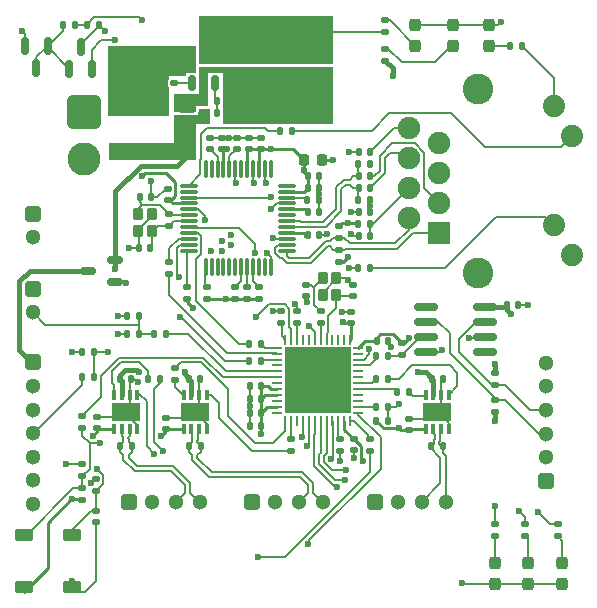
<source format=gbr>
%TF.GenerationSoftware,KiCad,Pcbnew,9.0.2*%
%TF.CreationDate,2025-10-15T23:03:26+09:00*%
%TF.ProjectId,Mother_v1_0_0,4d6f7468-6572-45f7-9631-5f305f302e6b,rev?*%
%TF.SameCoordinates,Original*%
%TF.FileFunction,Copper,L1,Top*%
%TF.FilePolarity,Positive*%
%FSLAX46Y46*%
G04 Gerber Fmt 4.6, Leading zero omitted, Abs format (unit mm)*
G04 Created by KiCad (PCBNEW 9.0.2) date 2025-10-15 23:03:26*
%MOMM*%
%LPD*%
G01*
G04 APERTURE LIST*
G04 Aperture macros list*
%AMRoundRect*
0 Rectangle with rounded corners*
0 $1 Rounding radius*
0 $2 $3 $4 $5 $6 $7 $8 $9 X,Y pos of 4 corners*
0 Add a 4 corners polygon primitive as box body*
4,1,4,$2,$3,$4,$5,$6,$7,$8,$9,$2,$3,0*
0 Add four circle primitives for the rounded corners*
1,1,$1+$1,$2,$3*
1,1,$1+$1,$4,$5*
1,1,$1+$1,$6,$7*
1,1,$1+$1,$8,$9*
0 Add four rect primitives between the rounded corners*
20,1,$1+$1,$2,$3,$4,$5,0*
20,1,$1+$1,$4,$5,$6,$7,0*
20,1,$1+$1,$6,$7,$8,$9,0*
20,1,$1+$1,$8,$9,$2,$3,0*%
G04 Aperture macros list end*
%TA.AperFunction,SMDPad,CuDef*%
%ADD10RoundRect,0.250000X0.475000X-0.250000X0.475000X0.250000X-0.475000X0.250000X-0.475000X-0.250000X0*%
%TD*%
%TA.AperFunction,SMDPad,CuDef*%
%ADD11RoundRect,0.225000X-0.250000X0.225000X-0.250000X-0.225000X0.250000X-0.225000X0.250000X0.225000X0*%
%TD*%
%TA.AperFunction,SMDPad,CuDef*%
%ADD12RoundRect,0.135000X0.135000X0.185000X-0.135000X0.185000X-0.135000X-0.185000X0.135000X-0.185000X0*%
%TD*%
%TA.AperFunction,SMDPad,CuDef*%
%ADD13RoundRect,0.135000X-0.185000X0.135000X-0.185000X-0.135000X0.185000X-0.135000X0.185000X0.135000X0*%
%TD*%
%TA.AperFunction,SMDPad,CuDef*%
%ADD14RoundRect,0.135000X0.185000X-0.135000X0.185000X0.135000X-0.185000X0.135000X-0.185000X-0.135000X0*%
%TD*%
%TA.AperFunction,SMDPad,CuDef*%
%ADD15RoundRect,0.135000X-0.135000X-0.185000X0.135000X-0.185000X0.135000X0.185000X-0.135000X0.185000X0*%
%TD*%
%TA.AperFunction,SMDPad,CuDef*%
%ADD16RoundRect,0.140000X0.170000X-0.140000X0.170000X0.140000X-0.170000X0.140000X-0.170000X-0.140000X0*%
%TD*%
%TA.AperFunction,SMDPad,CuDef*%
%ADD17RoundRect,0.237500X0.237500X-0.287500X0.237500X0.287500X-0.237500X0.287500X-0.237500X-0.287500X0*%
%TD*%
%TA.AperFunction,SMDPad,CuDef*%
%ADD18RoundRect,0.157500X-0.642500X-0.367500X0.642500X-0.367500X0.642500X0.367500X-0.642500X0.367500X0*%
%TD*%
%TA.AperFunction,SMDPad,CuDef*%
%ADD19RoundRect,0.140000X-0.170000X0.140000X-0.170000X-0.140000X0.170000X-0.140000X0.170000X0.140000X0*%
%TD*%
%TA.AperFunction,SMDPad,CuDef*%
%ADD20RoundRect,0.237500X-0.237500X0.287500X-0.237500X-0.287500X0.237500X-0.287500X0.237500X0.287500X0*%
%TD*%
%TA.AperFunction,ComponentPad*%
%ADD21RoundRect,0.195000X0.455000X-0.455000X0.455000X0.455000X-0.455000X0.455000X-0.455000X-0.455000X0*%
%TD*%
%TA.AperFunction,ComponentPad*%
%ADD22C,1.300000*%
%TD*%
%TA.AperFunction,SMDPad,CuDef*%
%ADD23RoundRect,0.140000X-0.140000X-0.170000X0.140000X-0.170000X0.140000X0.170000X-0.140000X0.170000X0*%
%TD*%
%TA.AperFunction,SMDPad,CuDef*%
%ADD24RoundRect,0.140000X0.140000X0.170000X-0.140000X0.170000X-0.140000X-0.170000X0.140000X-0.170000X0*%
%TD*%
%TA.AperFunction,SMDPad,CuDef*%
%ADD25RoundRect,0.157500X0.642500X0.367500X-0.642500X0.367500X-0.642500X-0.367500X0.642500X-0.367500X0*%
%TD*%
%TA.AperFunction,SMDPad,CuDef*%
%ADD26RoundRect,0.150000X-0.150000X0.587500X-0.150000X-0.587500X0.150000X-0.587500X0.150000X0.587500X0*%
%TD*%
%TA.AperFunction,SMDPad,CuDef*%
%ADD27RoundRect,0.218750X-0.218750X-0.256250X0.218750X-0.256250X0.218750X0.256250X-0.218750X0.256250X0*%
%TD*%
%TA.AperFunction,SMDPad,CuDef*%
%ADD28RoundRect,0.062500X-0.062500X0.375000X-0.062500X-0.375000X0.062500X-0.375000X0.062500X0.375000X0*%
%TD*%
%TA.AperFunction,SMDPad,CuDef*%
%ADD29RoundRect,0.062500X-0.375000X0.062500X-0.375000X-0.062500X0.375000X-0.062500X0.375000X0.062500X0*%
%TD*%
%TA.AperFunction,HeatsinkPad*%
%ADD30R,5.600000X5.600000*%
%TD*%
%TA.AperFunction,SMDPad,CuDef*%
%ADD31RoundRect,0.087500X-0.087500X0.337500X-0.087500X-0.337500X0.087500X-0.337500X0.087500X0.337500X0*%
%TD*%
%TA.AperFunction,HeatsinkPad*%
%ADD32R,2.400000X1.650000*%
%TD*%
%TA.AperFunction,SMDPad,CuDef*%
%ADD33RoundRect,0.150000X0.150000X-0.512500X0.150000X0.512500X-0.150000X0.512500X-0.150000X-0.512500X0*%
%TD*%
%TA.AperFunction,SMDPad,CuDef*%
%ADD34RoundRect,0.102000X0.323000X-0.373000X0.323000X0.373000X-0.323000X0.373000X-0.323000X-0.373000X0*%
%TD*%
%TA.AperFunction,ComponentPad*%
%ADD35RoundRect,0.195000X-0.455000X0.455000X-0.455000X-0.455000X0.455000X-0.455000X0.455000X0.455000X0*%
%TD*%
%TA.AperFunction,SMDPad,CuDef*%
%ADD36RoundRect,0.150000X0.512500X0.150000X-0.512500X0.150000X-0.512500X-0.150000X0.512500X-0.150000X0*%
%TD*%
%TA.AperFunction,ComponentPad*%
%ADD37C,1.890000*%
%TD*%
%TA.AperFunction,ComponentPad*%
%ADD38R,1.900000X1.900000*%
%TD*%
%TA.AperFunction,ComponentPad*%
%ADD39C,1.900000*%
%TD*%
%TA.AperFunction,ComponentPad*%
%ADD40C,2.600000*%
%TD*%
%TA.AperFunction,ComponentPad*%
%ADD41RoundRect,0.195000X0.455000X0.455000X-0.455000X0.455000X-0.455000X-0.455000X0.455000X-0.455000X0*%
%TD*%
%TA.AperFunction,SMDPad,CuDef*%
%ADD42RoundRect,0.249999X-1.850001X0.450001X-1.850001X-0.450001X1.850001X-0.450001X1.850001X0.450001X0*%
%TD*%
%TA.AperFunction,ComponentPad*%
%ADD43RoundRect,0.250000X-0.550000X0.550000X-0.550000X-0.550000X0.550000X-0.550000X0.550000X0.550000X0*%
%TD*%
%TA.AperFunction,ComponentPad*%
%ADD44C,1.600000*%
%TD*%
%TA.AperFunction,SMDPad,CuDef*%
%ADD45RoundRect,0.102000X-0.323000X0.373000X-0.323000X-0.373000X0.323000X-0.373000X0.323000X0.373000X0*%
%TD*%
%TA.AperFunction,SMDPad,CuDef*%
%ADD46RoundRect,0.150000X-0.825000X-0.150000X0.825000X-0.150000X0.825000X0.150000X-0.825000X0.150000X0*%
%TD*%
%TA.AperFunction,SMDPad,CuDef*%
%ADD47RoundRect,0.075000X0.662500X0.075000X-0.662500X0.075000X-0.662500X-0.075000X0.662500X-0.075000X0*%
%TD*%
%TA.AperFunction,SMDPad,CuDef*%
%ADD48RoundRect,0.075000X0.075000X0.662500X-0.075000X0.662500X-0.075000X-0.662500X0.075000X-0.662500X0*%
%TD*%
%TA.AperFunction,SMDPad,CuDef*%
%ADD49RoundRect,0.150000X0.150000X-0.587500X0.150000X0.587500X-0.150000X0.587500X-0.150000X-0.587500X0*%
%TD*%
%TA.AperFunction,ComponentPad*%
%ADD50RoundRect,0.304348X1.095652X-1.095652X1.095652X1.095652X-1.095652X1.095652X-1.095652X-1.095652X0*%
%TD*%
%TA.AperFunction,ComponentPad*%
%ADD51C,2.800000*%
%TD*%
%TA.AperFunction,ViaPad*%
%ADD52C,0.600000*%
%TD*%
%TA.AperFunction,Conductor*%
%ADD53C,0.200000*%
%TD*%
%TA.AperFunction,Conductor*%
%ADD54C,0.254000*%
%TD*%
%TA.AperFunction,Conductor*%
%ADD55C,0.406400*%
%TD*%
G04 APERTURE END LIST*
D10*
%TO.P,C9,1*%
%TO.N,+5V*%
X161417000Y-90104000D03*
%TO.P,C9,2*%
%TO.N,GND*%
X161417000Y-88204000D03*
%TD*%
D11*
%TO.P,C7,1*%
%TO.N,+12V*%
X165608000Y-84188000D03*
%TO.P,C7,2*%
%TO.N,GND*%
X165608000Y-85738000D03*
%TD*%
D12*
%TO.P,R6,1*%
%TO.N,/U_CAN1/CANFD_P*%
X156761000Y-116967000D03*
%TO.P,R6,2*%
%TO.N,/U_CAN1/CANFD_N*%
X155741000Y-116967000D03*
%TD*%
D13*
%TO.P,R3,1*%
%TO.N,/CANFD2.RX*%
X160401000Y-110361000D03*
%TO.P,R3,2*%
%TO.N,Net-(U4-RXD)*%
X160401000Y-111381000D03*
%TD*%
D14*
%TO.P,R35,1*%
%TO.N,+3.3V*%
X165481000Y-104523000D03*
%TO.P,R35,2*%
%TO.N,Net-(U5-PMODE2)*%
X165481000Y-103503000D03*
%TD*%
D15*
%TO.P,R42,1*%
%TO.N,+3.3V_A*%
X175893000Y-98171000D03*
%TO.P,R42,2*%
%TO.N,Net-(J2-TCT)*%
X176913000Y-98171000D03*
%TD*%
D16*
%TO.P,C43,1*%
%TO.N,+3.3V*%
X180213000Y-115623000D03*
%TO.P,C43,2*%
%TO.N,GND*%
X180213000Y-114663000D03*
%TD*%
D17*
%TO.P,D6,1,K*%
%TO.N,GND*%
X190246000Y-128637000D03*
%TO.P,D6,2,A*%
%TO.N,Net-(D6-A)*%
X190246000Y-126887000D03*
%TD*%
D18*
%TO.P,SW1,1,1*%
%TO.N,/U_MCU/BOOT*%
X147574000Y-124460000D03*
%TO.P,SW1,2,2*%
%TO.N,+3.3V*%
X147574000Y-128910000D03*
%TD*%
D19*
%TO.P,C34,1*%
%TO.N,Net-(C34-Pad1)*%
X171512000Y-103279000D03*
%TO.P,C34,2*%
%TO.N,GND*%
X171512000Y-104239000D03*
%TD*%
D15*
%TO.P,R21,1*%
%TO.N,/U_I2C/I2C.SDA*%
X177417000Y-109347000D03*
%TO.P,R21,2*%
%TO.N,Net-(U6-Sx)*%
X178437000Y-109347000D03*
%TD*%
D12*
%TO.P,R12,1*%
%TO.N,Net-(Q1-G)*%
X153926000Y-81280000D03*
%TO.P,R12,2*%
%TO.N,GND*%
X152906000Y-81280000D03*
%TD*%
D15*
%TO.P,R8,1*%
%TO.N,/CANFD3.TX*%
X177417000Y-111252000D03*
%TO.P,R8,2*%
%TO.N,Net-(U8-TXD)*%
X178437000Y-111252000D03*
%TD*%
D13*
%TO.P,R20,1*%
%TO.N,/U_MCU/USER_LED3*%
X192786000Y-123569000D03*
%TO.P,R20,2*%
%TO.N,Net-(D7-A)*%
X192786000Y-124589000D03*
%TD*%
D12*
%TO.P,R57,1*%
%TO.N,/U_MCU/USER_SW2*%
X159641000Y-107442000D03*
%TO.P,R57,2*%
%TO.N,Net-(J4-Pin_2)*%
X158621000Y-107442000D03*
%TD*%
%TO.P,R17,1*%
%TO.N,+3.3V*%
X189740000Y-83058000D03*
%TO.P,R17,2*%
%TO.N,Net-(D4-A)*%
X188720000Y-83058000D03*
%TD*%
D20*
%TO.P,D3,1,K*%
%TO.N,GND*%
X183896000Y-81294000D03*
%TO.P,D3,2,A*%
%TO.N,Net-(D3-A)*%
X183896000Y-83044000D03*
%TD*%
D14*
%TO.P,R53,1*%
%TO.N,Net-(J10-Pin_7)*%
X176911000Y-117350000D03*
%TO.P,R53,2*%
%TO.N,/U_MCU/SWD.IO*%
X176911000Y-116330000D03*
%TD*%
D21*
%TO.P,J10,1,Pin_1*%
%TO.N,Net-(J10-Pin_1)*%
X148336000Y-109855000D03*
D22*
%TO.P,J10,2,Pin_2*%
%TO.N,GND*%
X148336000Y-111855000D03*
%TO.P,J10,3,Pin_3*%
%TO.N,Net-(J10-Pin_3)*%
X148336000Y-113855000D03*
%TO.P,J10,4,Pin_4*%
%TO.N,Net-(J10-Pin_4)*%
X148336000Y-115855000D03*
%TO.P,J10,5,Pin_5*%
%TO.N,GND*%
X148336000Y-117855000D03*
%TO.P,J10,6,Pin_6*%
%TO.N,/U_MCU/SWD.CLK*%
X148336000Y-119855000D03*
%TO.P,J10,7,Pin_7*%
%TO.N,Net-(J10-Pin_7)*%
X148336000Y-121855000D03*
%TD*%
D23*
%TO.P,C29,1*%
%TO.N,/U_ETHERNET/RX_P_*%
X175923000Y-94107000D03*
%TO.P,C29,2*%
%TO.N,/U_ETHERNET/RX_P*%
X176883000Y-94107000D03*
%TD*%
D16*
%TO.P,C33,1*%
%TO.N,Net-(U3-PF0)*%
X175431000Y-104239000D03*
%TO.P,C33,2*%
%TO.N,GND*%
X175431000Y-103279000D03*
%TD*%
D15*
%TO.P,R55,1*%
%TO.N,+3.3V*%
X156335000Y-105918000D03*
%TO.P,R55,2*%
%TO.N,Net-(J4-Pin_2)*%
X157355000Y-105918000D03*
%TD*%
D24*
%TO.P,C36,1*%
%TO.N,+3.3V*%
X167656000Y-112968000D03*
%TO.P,C36,2*%
%TO.N,GND*%
X166696000Y-112968000D03*
%TD*%
D13*
%TO.P,R26,1*%
%TO.N,+3.3V*%
X187452000Y-110742000D03*
%TO.P,R26,2*%
%TO.N,Net-(J3-Pin_4)*%
X187452000Y-111762000D03*
%TD*%
D15*
%TO.P,R22,1*%
%TO.N,/U_I2C/I2C.SCL*%
X177417000Y-113665000D03*
%TO.P,R22,2*%
%TO.N,Net-(U6-Sy)*%
X178437000Y-113665000D03*
%TD*%
D25*
%TO.P,SW2,1,1*%
%TO.N,GND*%
X151638000Y-128905000D03*
%TO.P,SW2,2,2*%
%TO.N,/U_MCU/NRST*%
X151638000Y-124455000D03*
%TD*%
D24*
%TO.P,C35,1*%
%TO.N,+3.3V*%
X167656000Y-114111000D03*
%TO.P,C35,2*%
%TO.N,GND*%
X166696000Y-114111000D03*
%TD*%
D16*
%TO.P,C21,1*%
%TO.N,+3.3V_A*%
X167668500Y-91789000D03*
%TO.P,C21,2*%
%TO.N,GND*%
X167668500Y-90829000D03*
%TD*%
D23*
%TO.P,C19,1*%
%TO.N,+3.3V_A*%
X171605000Y-95119000D03*
%TO.P,C19,2*%
%TO.N,GND*%
X172565000Y-95119000D03*
%TD*%
D24*
%TO.P,C17,1*%
%TO.N,Net-(U5-XO)*%
X158274000Y-100203000D03*
%TO.P,C17,2*%
%TO.N,GND*%
X157314000Y-100203000D03*
%TD*%
D15*
%TO.P,R40,1*%
%TO.N,/U_ETHERNET/RX_P_*%
X175893000Y-93091000D03*
%TO.P,R40,2*%
%TO.N,Net-(J2-RCT)*%
X176913000Y-93091000D03*
%TD*%
%TO.P,R43,1*%
%TO.N,/U_ETHERNET/ACTLED*%
X175893000Y-101854000D03*
%TO.P,R43,2*%
%TO.N,Net-(J2-PadL3)*%
X176913000Y-101854000D03*
%TD*%
%TO.P,R41,1*%
%TO.N,/U_ETHERNET/RX_N_*%
X175893000Y-96139000D03*
%TO.P,R41,2*%
%TO.N,Net-(J2-RCT)*%
X176913000Y-96139000D03*
%TD*%
D20*
%TO.P,D2,1,K*%
%TO.N,GND*%
X180721000Y-81294000D03*
%TO.P,D2,2,A*%
%TO.N,Net-(D2-A)*%
X180721000Y-83044000D03*
%TD*%
D14*
%TO.P,R25,1*%
%TO.N,+3.3V*%
X187452000Y-114048000D03*
%TO.P,R25,2*%
%TO.N,Net-(J3-Pin_3)*%
X187452000Y-113028000D03*
%TD*%
D26*
%TO.P,Q2,1,B*%
%TO.N,Net-(Q2-B)*%
X149606000Y-83058000D03*
%TO.P,Q2,2,E*%
%TO.N,Net-(J1-Pin_1)*%
X147706000Y-83058000D03*
%TO.P,Q2,3,C*%
%TO.N,Net-(Q2-B)*%
X148656000Y-84933000D03*
%TD*%
D14*
%TO.P,R16,1*%
%TO.N,+5V*%
X178181000Y-84330000D03*
%TO.P,R16,2*%
%TO.N,Net-(D3-A)*%
X178181000Y-83310000D03*
%TD*%
D16*
%TO.P,C14,1*%
%TO.N,Net-(U5-1V2O)*%
X163322000Y-91793000D03*
%TO.P,C14,2*%
%TO.N,GND*%
X163322000Y-90833000D03*
%TD*%
D27*
%TO.P,FB1,1*%
%TO.N,+3.3V_A*%
X171297500Y-92710000D03*
%TO.P,FB1,2*%
%TO.N,+3.3V*%
X172872500Y-92710000D03*
%TD*%
D13*
%TO.P,R24,1*%
%TO.N,+3.3V*%
X179578000Y-108202000D03*
%TO.P,R24,2*%
%TO.N,Net-(U6-Sx)*%
X179578000Y-109222000D03*
%TD*%
D28*
%TO.P,U3,1,VBAT*%
%TO.N,+3.3V*%
X175216000Y-107941500D03*
%TO.P,U3,2,PC13*%
%TO.N,unconnected-(U3-PC13-Pad2)*%
X174716000Y-107941500D03*
%TO.P,U3,3,PC14*%
%TO.N,unconnected-(U3-PC14-Pad3)*%
X174216000Y-107941500D03*
%TO.P,U3,4,PC15*%
%TO.N,unconnected-(U3-PC15-Pad4)*%
X173716000Y-107941500D03*
%TO.P,U3,5,PF0*%
%TO.N,Net-(U3-PF0)*%
X173216000Y-107941500D03*
%TO.P,U3,6,PF1*%
%TO.N,Net-(U3-PF1)*%
X172716000Y-107941500D03*
%TO.P,U3,7,PG10*%
%TO.N,/U_MCU/NRST*%
X172216000Y-107941500D03*
%TO.P,U3,8,PA0*%
%TO.N,unconnected-(U3-PA0-Pad8)*%
X171716000Y-107941500D03*
%TO.P,U3,9,PA1*%
%TO.N,unconnected-(U3-PA1-Pad9)*%
X171216000Y-107941500D03*
%TO.P,U3,10,PA2*%
%TO.N,/U_MCU/UART.TX*%
X170716000Y-107941500D03*
%TO.P,U3,11,PA3*%
%TO.N,/U_MCU/UART.RX*%
X170216000Y-107941500D03*
%TO.P,U3,12,PA4*%
%TO.N,/U_ETHERNET/SPI.SS*%
X169716000Y-107941500D03*
D29*
%TO.P,U3,13,PA5*%
%TO.N,/U_ETHERNET/SPI.SCK*%
X169028500Y-108629000D03*
%TO.P,U3,14,PA6*%
%TO.N,/U_ETHERNET/SPI.MISO*%
X169028500Y-109129000D03*
%TO.P,U3,15,PA7*%
%TO.N,/U_ETHERNET/SPI.MOSI*%
X169028500Y-109629000D03*
%TO.P,U3,16,PC4*%
%TO.N,unconnected-(U3-PC4-Pad16)*%
X169028500Y-110129000D03*
%TO.P,U3,17,PB0*%
%TO.N,/U_MCU/USER_SW2*%
X169028500Y-110629000D03*
%TO.P,U3,18,PB1*%
%TO.N,/U_MCU/USER_SW1*%
X169028500Y-111129000D03*
%TO.P,U3,19,PB2*%
%TO.N,unconnected-(U3-PB2-Pad19)*%
X169028500Y-111629000D03*
%TO.P,U3,20,VREF+*%
%TO.N,+3.3V*%
X169028500Y-112129000D03*
%TO.P,U3,21,VDDA*%
X169028500Y-112629000D03*
%TO.P,U3,22,PB10*%
%TO.N,unconnected-(U3-PB10-Pad22)*%
X169028500Y-113129000D03*
%TO.P,U3,23,VDD*%
%TO.N,+3.3V*%
X169028500Y-113629000D03*
%TO.P,U3,24,PB11*%
%TO.N,unconnected-(U3-PB11-Pad24)*%
X169028500Y-114129000D03*
D28*
%TO.P,U3,25,PB12*%
%TO.N,/CANFD2.RX*%
X169716000Y-114816500D03*
%TO.P,U3,26,PB13*%
%TO.N,/CANFD2.TX*%
X170216000Y-114816500D03*
%TO.P,U3,27,PB14*%
%TO.N,unconnected-(U3-PB14-Pad27)*%
X170716000Y-114816500D03*
%TO.P,U3,28,PB15*%
%TO.N,/U_I2C/I2C.INT*%
X171216000Y-114816500D03*
%TO.P,U3,29,PC6*%
%TO.N,/U_I2C/I2C.RST*%
X171716000Y-114816500D03*
%TO.P,U3,30,PA8*%
%TO.N,/U_MCU/USER_LED1*%
X172216000Y-114816500D03*
%TO.P,U3,31,PA9*%
%TO.N,/U_MCU/USER_LED2*%
X172716000Y-114816500D03*
%TO.P,U3,32,PA10*%
%TO.N,/U_MCU/USER_LED3*%
X173216000Y-114816500D03*
%TO.P,U3,33,PA11*%
%TO.N,/CANFD1.RX*%
X173716000Y-114816500D03*
%TO.P,U3,34,PA12*%
%TO.N,/CANFD1.TX*%
X174216000Y-114816500D03*
%TO.P,U3,35,VDD*%
%TO.N,+3.3V*%
X174716000Y-114816500D03*
%TO.P,U3,36,PA13*%
%TO.N,/U_MCU/SWD.IO*%
X175216000Y-114816500D03*
D29*
%TO.P,U3,37,PA14*%
%TO.N,/U_MCU/SWD.CLK*%
X175903500Y-114129000D03*
%TO.P,U3,38,PA15*%
%TO.N,/U_I2C/I2C.SCL*%
X175903500Y-113629000D03*
%TO.P,U3,39,PC10*%
%TO.N,unconnected-(U3-PC10-Pad39)*%
X175903500Y-113129000D03*
%TO.P,U3,40,PC11*%
%TO.N,unconnected-(U3-PC11-Pad40)*%
X175903500Y-112629000D03*
%TO.P,U3,41,PB3*%
%TO.N,/CANFD3.RX*%
X175903500Y-112129000D03*
%TO.P,U3,42,PB4*%
%TO.N,/CANFD3.TX*%
X175903500Y-111629000D03*
%TO.P,U3,43,PB5*%
%TO.N,unconnected-(U3-PB5-Pad43)*%
X175903500Y-111129000D03*
%TO.P,U3,44,PB6*%
%TO.N,unconnected-(U3-PB6-Pad44)*%
X175903500Y-110629000D03*
%TO.P,U3,45,PB7*%
%TO.N,/U_I2C/I2C.SDA*%
X175903500Y-110129000D03*
%TO.P,U3,46,PB8*%
%TO.N,/U_MCU/BOOT*%
X175903500Y-109629000D03*
%TO.P,U3,47,PB9*%
%TO.N,unconnected-(U3-PB9-Pad47)*%
X175903500Y-109129000D03*
%TO.P,U3,48,VDD*%
%TO.N,+3.3V*%
X175903500Y-108629000D03*
D30*
%TO.P,U3,49,VSS*%
%TO.N,GND*%
X172466000Y-111379000D03*
%TD*%
D13*
%TO.P,R47,1*%
%TO.N,/U_MCU/USER_SW1*%
X152527000Y-114425000D03*
%TO.P,R47,2*%
%TO.N,/U_MCU/BOOT*%
X152527000Y-115445000D03*
%TD*%
%TO.P,R2,1*%
%TO.N,/CANFD2.TX*%
X170171500Y-116330000D03*
%TO.P,R2,2*%
%TO.N,Net-(U4-TXD)*%
X170171500Y-117350000D03*
%TD*%
D23*
%TO.P,C6,1*%
%TO.N,+5V*%
X182146000Y-111252000D03*
%TO.P,C6,2*%
%TO.N,GND*%
X183106000Y-111252000D03*
%TD*%
D13*
%TO.P,R49,1*%
%TO.N,+3.3V*%
X153670000Y-119759000D03*
%TO.P,R49,2*%
%TO.N,/U_MCU/NRST*%
X153670000Y-120779000D03*
%TD*%
%TO.P,R4,1*%
%TO.N,/CANFD1.TX*%
X174362500Y-116330000D03*
%TO.P,R4,2*%
%TO.N,Net-(U7-TXD)*%
X174362500Y-117350000D03*
%TD*%
D16*
%TO.P,C5,1*%
%TO.N,+3.3V*%
X159639000Y-115542000D03*
%TO.P,C5,2*%
%TO.N,GND*%
X159639000Y-114582000D03*
%TD*%
D15*
%TO.P,R10,1*%
%TO.N,+5V*%
X162939000Y-88773000D03*
%TO.P,R10,2*%
%TO.N,Net-(U1-FB)*%
X163959000Y-88773000D03*
%TD*%
D23*
%TO.P,C28,1*%
%TO.N,/U_ETHERNET/RX_N_*%
X175923000Y-95123000D03*
%TO.P,C28,2*%
%TO.N,/U_ETHERNET/RX_N*%
X176883000Y-95123000D03*
%TD*%
D31*
%TO.P,U7,1,TXD*%
%TO.N,Net-(U7-TXD)*%
X157185000Y-112596000D03*
%TO.P,U7,2,GND*%
%TO.N,GND*%
X156535000Y-112596000D03*
%TO.P,U7,3,VCC*%
%TO.N,+5V*%
X155885000Y-112596000D03*
%TO.P,U7,4,RXD*%
%TO.N,Net-(U7-RXD)*%
X155235000Y-112596000D03*
%TO.P,U7,5,VIO*%
%TO.N,+3.3V*%
X155235000Y-115496000D03*
%TO.P,U7,6,CANL*%
%TO.N,/U_CAN1/CANFD_N*%
X155885000Y-115496000D03*
%TO.P,U7,7,CANH*%
%TO.N,/U_CAN1/CANFD_P*%
X156535000Y-115496000D03*
%TO.P,U7,8,STB*%
%TO.N,GND*%
X157185000Y-115496000D03*
D32*
%TO.P,U7,9,PAD*%
X156210000Y-114046000D03*
%TD*%
D12*
%TO.P,R5,1*%
%TO.N,/CANFD1.RX*%
X159133000Y-111252000D03*
%TO.P,R5,2*%
%TO.N,Net-(U7-RXD)*%
X158113000Y-111252000D03*
%TD*%
D33*
%TO.P,U1,1,CB*%
%TO.N,Net-(U1-CB)*%
X161864000Y-86227500D03*
%TO.P,U1,2,GND*%
%TO.N,GND*%
X162814000Y-86227500D03*
%TO.P,U1,3,FB*%
%TO.N,Net-(U1-FB)*%
X163764000Y-86227500D03*
%TO.P,U1,4,EN*%
%TO.N,+12V*%
X163764000Y-83952500D03*
%TO.P,U1,5,VIN*%
X162814000Y-83952500D03*
%TO.P,U1,6,SW*%
%TO.N,Net-(U1-SW)*%
X161864000Y-83952500D03*
%TD*%
D14*
%TO.P,R33,1*%
%TO.N,+3.3V*%
X161417000Y-104523000D03*
%TO.P,R33,2*%
%TO.N,Net-(U5-~{INT})*%
X161417000Y-103503000D03*
%TD*%
D13*
%TO.P,R27,1*%
%TO.N,Net-(U5-XI{slash}CLKIN)*%
X159893000Y-97280000D03*
%TO.P,R27,2*%
%TO.N,Net-(U5-XO)*%
X159893000Y-98300000D03*
%TD*%
D15*
%TO.P,R54,1*%
%TO.N,+3.3V*%
X152525000Y-108966000D03*
%TO.P,R54,2*%
%TO.N,/U_MCU/UART.RX*%
X153545000Y-108966000D03*
%TD*%
D13*
%TO.P,R38,1*%
%TO.N,+3.3V_A*%
X174244000Y-98296000D03*
%TO.P,R38,2*%
%TO.N,/U_ETHERNET/TX_N*%
X174244000Y-99316000D03*
%TD*%
D14*
%TO.P,R30,1*%
%TO.N,/U_ETHERNET/SPI.MISO*%
X159893000Y-102362000D03*
%TO.P,R30,2*%
%TO.N,Net-(U5-MISO)*%
X159893000Y-101342000D03*
%TD*%
D34*
%TO.P,Y2,1,1*%
%TO.N,Net-(U3-PF0)*%
X174048500Y-104177500D03*
%TO.P,Y2,2,2*%
%TO.N,GND*%
X174048500Y-102727500D03*
%TO.P,Y2,3,3*%
%TO.N,Net-(C34-Pad1)*%
X172898500Y-102727500D03*
%TO.P,Y2,4,4*%
%TO.N,GND*%
X172898500Y-104177500D03*
%TD*%
D24*
%TO.P,C37,1*%
%TO.N,+3.3V*%
X167656000Y-115254000D03*
%TO.P,C37,2*%
%TO.N,GND*%
X166696000Y-115254000D03*
%TD*%
D16*
%TO.P,C22,1*%
%TO.N,+3.3V_A*%
X164366500Y-91789000D03*
%TO.P,C22,2*%
%TO.N,GND*%
X164366500Y-90829000D03*
%TD*%
D14*
%TO.P,R48,1*%
%TO.N,/U_MCU/BOOT*%
X152527000Y-119509000D03*
%TO.P,R48,2*%
%TO.N,GND*%
X152527000Y-118489000D03*
%TD*%
D16*
%TO.P,C4,1*%
%TO.N,+3.3V*%
X153797000Y-115415000D03*
%TO.P,C4,2*%
%TO.N,GND*%
X153797000Y-114455000D03*
%TD*%
D35*
%TO.P,J3,1,Pin_1*%
%TO.N,+5V*%
X191770000Y-119888000D03*
D22*
%TO.P,J3,2,Pin_2*%
%TO.N,GND*%
X191770000Y-117888000D03*
%TO.P,J3,3,Pin_3*%
%TO.N,Net-(J3-Pin_3)*%
X191770000Y-115888000D03*
%TO.P,J3,4,Pin_4*%
%TO.N,Net-(J3-Pin_4)*%
X191770000Y-113888000D03*
%TO.P,J3,5,Pin_5*%
%TO.N,/U_I2C/I2C.RST*%
X191770000Y-111888000D03*
%TO.P,J3,6,Pin_6*%
%TO.N,/U_I2C/I2C.INT*%
X191770000Y-109888000D03*
%TD*%
D36*
%TO.P,U10,1,GND*%
%TO.N,GND*%
X155315500Y-103058000D03*
%TO.P,U10,2,VO*%
%TO.N,+5V*%
X155315500Y-101158000D03*
%TO.P,U10,3,VI*%
%TO.N,Net-(J10-Pin_1)*%
X153040500Y-102108000D03*
%TD*%
D37*
%TO.P,J2,L1*%
%TO.N,+3.3V*%
X192453000Y-88163000D03*
%TO.P,J2,L2*%
%TO.N,Net-(J2-PadL2)*%
X193973000Y-90703000D03*
%TO.P,J2,L3*%
%TO.N,Net-(J2-PadL3)*%
X192453000Y-98273000D03*
%TO.P,J2,L4*%
%TO.N,+3.3V*%
X193973000Y-100813000D03*
D38*
%TO.P,J2,R1,TD+*%
%TO.N,/U_ETHERNET/TX_P*%
X182733000Y-98933000D03*
D39*
%TO.P,J2,R2,TD-*%
%TO.N,/U_ETHERNET/TX_N*%
X180193000Y-97663000D03*
%TO.P,J2,R3,RD+*%
%TO.N,/U_ETHERNET/RX_P*%
X182733000Y-96393000D03*
%TO.P,J2,R4,TCT*%
%TO.N,Net-(J2-TCT)*%
X180193000Y-95123000D03*
%TO.P,J2,R5,RCT*%
%TO.N,Net-(J2-RCT)*%
X182733000Y-93853000D03*
%TO.P,J2,R6,RD-*%
%TO.N,/U_ETHERNET/RX_N*%
X180193000Y-92583000D03*
%TO.P,J2,R7,NC*%
%TO.N,unconnected-(J2-NC-PadR7)*%
X182733000Y-91313000D03*
%TO.P,J2,R8*%
%TO.N,Net-(C32-Pad1)*%
X180193000Y-90043000D03*
D40*
%TO.P,J2,SH*%
X186023000Y-102263000D03*
X186023000Y-86713000D03*
%TD*%
D13*
%TO.P,R45,1*%
%TO.N,Net-(C34-Pad1)*%
X172711500Y-105535000D03*
%TO.P,R45,2*%
%TO.N,Net-(U3-PF1)*%
X172711500Y-106555000D03*
%TD*%
D16*
%TO.P,C15,1*%
%TO.N,Net-(U5-TOCAP)*%
X165608000Y-91793000D03*
%TO.P,C15,2*%
%TO.N,GND*%
X165608000Y-90833000D03*
%TD*%
D21*
%TO.P,J4,1,Pin_1*%
%TO.N,+3.3V*%
X148336000Y-103632000D03*
D22*
%TO.P,J4,2,Pin_2*%
%TO.N,Net-(J4-Pin_2)*%
X148336000Y-105632000D03*
%TD*%
D16*
%TO.P,C8,1*%
%TO.N,Net-(U1-CB)*%
X160335000Y-86210500D03*
%TO.P,C8,2*%
%TO.N,Net-(U1-SW)*%
X160335000Y-85250500D03*
%TD*%
D13*
%TO.P,R51,1*%
%TO.N,Net-(J10-Pin_3)*%
X170688000Y-105535000D03*
%TO.P,R51,2*%
%TO.N,/U_MCU/UART.TX*%
X170688000Y-106555000D03*
%TD*%
D23*
%TO.P,C3,1*%
%TO.N,+5V*%
X155730000Y-111252000D03*
%TO.P,C3,2*%
%TO.N,GND*%
X156690000Y-111252000D03*
%TD*%
D12*
%TO.P,R7,1*%
%TO.N,/U_CAN2/CANFD_P*%
X162562000Y-116967000D03*
%TO.P,R7,2*%
%TO.N,/U_CAN2/CANFD_N*%
X161542000Y-116967000D03*
%TD*%
D19*
%TO.P,C38,1*%
%TO.N,+3.3V*%
X175514000Y-116360000D03*
%TO.P,C38,2*%
%TO.N,GND*%
X175514000Y-117320000D03*
%TD*%
D15*
%TO.P,R23,1*%
%TO.N,+3.3V*%
X177417000Y-114808000D03*
%TO.P,R23,2*%
%TO.N,Net-(U6-Sy)*%
X178437000Y-114808000D03*
%TD*%
D14*
%TO.P,R37,1*%
%TO.N,+3.3V*%
X166497000Y-104523000D03*
%TO.P,R37,2*%
%TO.N,Net-(U5-PMODE1)*%
X166497000Y-103503000D03*
%TD*%
D41*
%TO.P,J6,1,Pin_1*%
%TO.N,+12V*%
X166878000Y-121666000D03*
D22*
%TO.P,J6,2,Pin_2*%
%TO.N,GND*%
X168878000Y-121666000D03*
%TO.P,J6,3,Pin_3*%
%TO.N,/U_CAN2/CANFD_N*%
X170878000Y-121666000D03*
%TO.P,J6,4,Pin_4*%
%TO.N,/U_CAN2/CANFD_P*%
X172878000Y-121666000D03*
%TD*%
D14*
%TO.P,R1,1*%
%TO.N,+12V*%
X178181000Y-81917000D03*
%TO.P,R1,2*%
%TO.N,Net-(D2-A)*%
X178181000Y-80897000D03*
%TD*%
D42*
%TO.P,L1,1,1*%
%TO.N,Net-(U1-SW)*%
X157480000Y-88320000D03*
%TO.P,L1,2,2*%
%TO.N,+5V*%
X157480000Y-92020000D03*
%TD*%
D12*
%TO.P,R50,1*%
%TO.N,/U_CAN3/CANFD_P*%
X183060000Y-116967000D03*
%TO.P,R50,2*%
%TO.N,/U_CAN3/CANFD_N*%
X182040000Y-116967000D03*
%TD*%
D43*
%TO.P,C13,1*%
%TO.N,+12V*%
X172466000Y-82675349D03*
D44*
%TO.P,C13,2*%
%TO.N,GND*%
X172466000Y-86175349D03*
%TD*%
D12*
%TO.P,R44,1*%
%TO.N,Net-(J2-PadL2)*%
X170309000Y-90297000D03*
%TO.P,R44,2*%
%TO.N,/U_ETHERNET/LINKLED*%
X169289000Y-90297000D03*
%TD*%
D41*
%TO.P,J5,1,Pin_1*%
%TO.N,+12V*%
X156464000Y-121666000D03*
D22*
%TO.P,J5,2,Pin_2*%
%TO.N,GND*%
X158464000Y-121666000D03*
%TO.P,J5,3,Pin_3*%
%TO.N,/U_CAN1/CANFD_N*%
X160464000Y-121666000D03*
%TO.P,J5,4,Pin_4*%
%TO.N,/U_CAN1/CANFD_P*%
X162464000Y-121666000D03*
%TD*%
D14*
%TO.P,R28,1*%
%TO.N,/U_ETHERNET/SPI.SS*%
X169335000Y-106555000D03*
%TO.P,R28,2*%
%TO.N,Net-(U5-~{SCS})*%
X169335000Y-105535000D03*
%TD*%
D12*
%TO.P,R31,1*%
%TO.N,/U_ETHERNET/SPI.MOSI*%
X167686000Y-109736500D03*
%TO.P,R31,2*%
%TO.N,Net-(U5-MOSI)*%
X166666000Y-109736500D03*
%TD*%
D14*
%TO.P,R36,1*%
%TO.N,+3.3V*%
X167513000Y-104523000D03*
%TO.P,R36,2*%
%TO.N,Net-(U5-PMODE0)*%
X167513000Y-103503000D03*
%TD*%
%TO.P,R46,1*%
%TO.N,+3.3V*%
X152527000Y-121541000D03*
%TO.P,R46,2*%
%TO.N,/U_MCU/BOOT*%
X152527000Y-120521000D03*
%TD*%
D45*
%TO.P,Y1,1,1*%
%TO.N,Net-(U5-XI{slash}CLKIN)*%
X157286000Y-97319000D03*
%TO.P,Y1,2,2*%
%TO.N,GND*%
X157286000Y-98769000D03*
%TO.P,Y1,3,3*%
%TO.N,Net-(U5-XO)*%
X158436000Y-98769000D03*
%TO.P,Y1,4,4*%
%TO.N,GND*%
X158436000Y-97319000D03*
%TD*%
D31*
%TO.P,U4,1,TXD*%
%TO.N,Net-(U4-TXD)*%
X163068000Y-112596000D03*
%TO.P,U4,2,GND*%
%TO.N,GND*%
X162418000Y-112596000D03*
%TO.P,U4,3,VCC*%
%TO.N,+5V*%
X161768000Y-112596000D03*
%TO.P,U4,4,RXD*%
%TO.N,Net-(U4-RXD)*%
X161118000Y-112596000D03*
%TO.P,U4,5,VIO*%
%TO.N,+3.3V*%
X161118000Y-115496000D03*
%TO.P,U4,6,CANL*%
%TO.N,/U_CAN2/CANFD_N*%
X161768000Y-115496000D03*
%TO.P,U4,7,CANH*%
%TO.N,/U_CAN2/CANFD_P*%
X162418000Y-115496000D03*
%TO.P,U4,8,STB*%
%TO.N,GND*%
X163068000Y-115496000D03*
D32*
%TO.P,U4,9,PAD*%
X162093000Y-114046000D03*
%TD*%
D12*
%TO.P,R56,1*%
%TO.N,Net-(J4-Pin_2)*%
X157355000Y-107442000D03*
%TO.P,R56,2*%
%TO.N,GND*%
X156335000Y-107442000D03*
%TD*%
D20*
%TO.P,D4,1,K*%
%TO.N,GND*%
X186944000Y-81294000D03*
%TO.P,D4,2,A*%
%TO.N,Net-(D4-A)*%
X186944000Y-83044000D03*
%TD*%
D23*
%TO.P,C20,1*%
%TO.N,+3.3V_A*%
X171605000Y-97155000D03*
%TO.P,C20,2*%
%TO.N,GND*%
X172565000Y-97155000D03*
%TD*%
D17*
%TO.P,D5,1,K*%
%TO.N,GND*%
X187452000Y-128637000D03*
%TO.P,D5,2,A*%
%TO.N,Net-(D5-A)*%
X187452000Y-126887000D03*
%TD*%
D24*
%TO.P,C30,1*%
%TO.N,Net-(J2-TCT)*%
X176883000Y-99187000D03*
%TO.P,C30,2*%
%TO.N,GND*%
X175923000Y-99187000D03*
%TD*%
D23*
%TO.P,C2,1*%
%TO.N,+5V*%
X161572000Y-111252000D03*
%TO.P,C2,2*%
%TO.N,GND*%
X162532000Y-111252000D03*
%TD*%
%TO.P,C24,1*%
%TO.N,+3.3V_A*%
X171605000Y-99060000D03*
%TO.P,C24,2*%
%TO.N,GND*%
X172565000Y-99060000D03*
%TD*%
D16*
%TO.P,C23,1*%
%TO.N,+3.3V_A*%
X166652500Y-91789000D03*
%TO.P,C23,2*%
%TO.N,GND*%
X166652500Y-90829000D03*
%TD*%
%TO.P,C27,1*%
%TO.N,+3.3V*%
X159766000Y-96111000D03*
%TO.P,C27,2*%
%TO.N,GND*%
X159766000Y-95151000D03*
%TD*%
D13*
%TO.P,R19,1*%
%TO.N,/U_MCU/USER_LED2*%
X189992000Y-123569000D03*
%TO.P,R19,2*%
%TO.N,Net-(D6-A)*%
X189992000Y-124589000D03*
%TD*%
D23*
%TO.P,C39,1*%
%TO.N,+3.3V*%
X177447000Y-108077000D03*
%TO.P,C39,2*%
%TO.N,GND*%
X178407000Y-108077000D03*
%TD*%
D31*
%TO.P,U8,1,TXD*%
%TO.N,Net-(U8-TXD)*%
X183566000Y-112596000D03*
%TO.P,U8,2,GND*%
%TO.N,GND*%
X182916000Y-112596000D03*
%TO.P,U8,3,VCC*%
%TO.N,+5V*%
X182266000Y-112596000D03*
%TO.P,U8,4,RXD*%
%TO.N,Net-(U8-RXD)*%
X181616000Y-112596000D03*
%TO.P,U8,5,VIO*%
%TO.N,+3.3V*%
X181616000Y-115496000D03*
%TO.P,U8,6,CANL*%
%TO.N,/U_CAN3/CANFD_N*%
X182266000Y-115496000D03*
%TO.P,U8,7,CANH*%
%TO.N,/U_CAN3/CANFD_P*%
X182916000Y-115496000D03*
%TO.P,U8,8,STB*%
%TO.N,GND*%
X183566000Y-115496000D03*
D32*
%TO.P,U8,9,PAD*%
X182591000Y-114046000D03*
%TD*%
D23*
%TO.P,C18,1*%
%TO.N,+3.3V_A*%
X171605000Y-94103000D03*
%TO.P,C18,2*%
%TO.N,GND*%
X172565000Y-94103000D03*
%TD*%
D13*
%TO.P,R18,1*%
%TO.N,/U_MCU/USER_LED1*%
X187452000Y-123569000D03*
%TO.P,R18,2*%
%TO.N,Net-(D5-A)*%
X187452000Y-124589000D03*
%TD*%
D24*
%TO.P,C41,1*%
%TO.N,+3.3V*%
X167656000Y-111825000D03*
%TO.P,C41,2*%
%TO.N,GND*%
X166696000Y-111825000D03*
%TD*%
D46*
%TO.P,U6,1,NC*%
%TO.N,unconnected-(U6-NC-Pad1)*%
X181675000Y-105156000D03*
%TO.P,U6,2,Lx*%
%TO.N,Net-(J3-Pin_3)*%
X181675000Y-106426000D03*
%TO.P,U6,3,Sx*%
%TO.N,Net-(U6-Sx)*%
X181675000Y-107696000D03*
%TO.P,U6,4,GND*%
%TO.N,GND*%
X181675000Y-108966000D03*
%TO.P,U6,5,NC*%
%TO.N,unconnected-(U6-NC-Pad5)*%
X186625000Y-108966000D03*
%TO.P,U6,6,Sy*%
%TO.N,Net-(U6-Sy)*%
X186625000Y-107696000D03*
%TO.P,U6,7,Ly*%
%TO.N,Net-(J3-Pin_4)*%
X186625000Y-106426000D03*
%TO.P,U6,8,VCC*%
%TO.N,+3.3V*%
X186625000Y-105156000D03*
%TD*%
D15*
%TO.P,R52,1*%
%TO.N,Net-(J10-Pin_4)*%
X152525000Y-111125000D03*
%TO.P,R52,2*%
%TO.N,/U_MCU/UART.RX*%
X153545000Y-111125000D03*
%TD*%
D24*
%TO.P,C32,1*%
%TO.N,Net-(C32-Pad1)*%
X176883000Y-92075000D03*
%TO.P,C32,2*%
%TO.N,GND*%
X175923000Y-92075000D03*
%TD*%
D19*
%TO.P,C42,1*%
%TO.N,/U_MCU/NRST*%
X153670000Y-122456000D03*
%TO.P,C42,2*%
%TO.N,GND*%
X153670000Y-123416000D03*
%TD*%
D12*
%TO.P,R29,1*%
%TO.N,/U_ETHERNET/SPI.SCK*%
X167686000Y-108287000D03*
%TO.P,R29,2*%
%TO.N,Net-(U5-SCLK)*%
X166666000Y-108287000D03*
%TD*%
D14*
%TO.P,R34,1*%
%TO.N,+3.3V*%
X163068000Y-104523000D03*
%TO.P,R34,2*%
%TO.N,Net-(U5-~{RST})*%
X163068000Y-103503000D03*
%TD*%
D47*
%TO.P,U5,1,TXN*%
%TO.N,/U_ETHERNET/TX_N*%
X169897500Y-100413000D03*
%TO.P,U5,2,TXP*%
%TO.N,/U_ETHERNET/TX_P*%
X169897500Y-99913000D03*
%TO.P,U5,3,AGND*%
%TO.N,GND*%
X169897500Y-99413000D03*
%TO.P,U5,4,AVDD*%
%TO.N,+3.3V_A*%
X169897500Y-98913000D03*
%TO.P,U5,5,RXN*%
%TO.N,/U_ETHERNET/RX_N_*%
X169897500Y-98413000D03*
%TO.P,U5,6,RXP*%
%TO.N,/U_ETHERNET/RX_P_*%
X169897500Y-97913000D03*
%TO.P,U5,7,DNC*%
%TO.N,unconnected-(U5-DNC-Pad7)*%
X169897500Y-97413000D03*
%TO.P,U5,8,AVDD*%
%TO.N,+3.3V_A*%
X169897500Y-96913000D03*
%TO.P,U5,9,AGND*%
%TO.N,GND*%
X169897500Y-96413000D03*
%TO.P,U5,10,EXRES1*%
%TO.N,Net-(U5-EXRES1)*%
X169897500Y-95913000D03*
%TO.P,U5,11,AVDD*%
%TO.N,+3.3V_A*%
X169897500Y-95413000D03*
%TO.P,U5,12,NC*%
%TO.N,unconnected-(U5-NC-Pad12)*%
X169897500Y-94913000D03*
D48*
%TO.P,U5,13,NC*%
%TO.N,unconnected-(U5-NC-Pad13)*%
X168485000Y-93500500D03*
%TO.P,U5,14,AGND*%
%TO.N,GND*%
X167985000Y-93500500D03*
%TO.P,U5,15,AVDD*%
%TO.N,+3.3V_A*%
X167485000Y-93500500D03*
%TO.P,U5,16,AGND*%
%TO.N,GND*%
X166985000Y-93500500D03*
%TO.P,U5,17,AVDD*%
%TO.N,+3.3V_A*%
X166485000Y-93500500D03*
%TO.P,U5,18,VBG*%
%TO.N,unconnected-(U5-VBG-Pad18)*%
X165985000Y-93500500D03*
%TO.P,U5,19,AGND*%
%TO.N,GND*%
X165485000Y-93500500D03*
%TO.P,U5,20,TOCAP*%
%TO.N,Net-(U5-TOCAP)*%
X164985000Y-93500500D03*
%TO.P,U5,21,AVDD*%
%TO.N,+3.3V_A*%
X164485000Y-93500500D03*
%TO.P,U5,22,1V2O*%
%TO.N,Net-(U5-1V2O)*%
X163985000Y-93500500D03*
%TO.P,U5,23,RSVD*%
%TO.N,unconnected-(U5-RSVD-Pad23)*%
X163485000Y-93500500D03*
%TO.P,U5,24,SPDLED*%
%TO.N,unconnected-(U5-SPDLED-Pad24)*%
X162985000Y-93500500D03*
D47*
%TO.P,U5,25,LINKLED*%
%TO.N,/U_ETHERNET/LINKLED*%
X161572500Y-94913000D03*
%TO.P,U5,26,DUPLED*%
%TO.N,unconnected-(U5-DUPLED-Pad26)*%
X161572500Y-95413000D03*
%TO.P,U5,27,ACTLED*%
%TO.N,/U_ETHERNET/ACTLED*%
X161572500Y-95913000D03*
%TO.P,U5,28,VDD*%
%TO.N,+3.3V*%
X161572500Y-96413000D03*
%TO.P,U5,29,GND*%
%TO.N,GND*%
X161572500Y-96913000D03*
%TO.P,U5,30,XI/CLKIN*%
%TO.N,Net-(U5-XI{slash}CLKIN)*%
X161572500Y-97413000D03*
%TO.P,U5,31,XO*%
%TO.N,Net-(U5-XO)*%
X161572500Y-97913000D03*
%TO.P,U5,32,~{SCS}*%
%TO.N,Net-(U5-~{SCS})*%
X161572500Y-98413000D03*
%TO.P,U5,33,SCLK*%
%TO.N,Net-(U5-SCLK)*%
X161572500Y-98913000D03*
%TO.P,U5,34,MISO*%
%TO.N,Net-(U5-MISO)*%
X161572500Y-99413000D03*
%TO.P,U5,35,MOSI*%
%TO.N,Net-(U5-MOSI)*%
X161572500Y-99913000D03*
%TO.P,U5,36,~{INT}*%
%TO.N,Net-(U5-~{INT})*%
X161572500Y-100413000D03*
D48*
%TO.P,U5,37,~{RST}*%
%TO.N,Net-(U5-~{RST})*%
X162985000Y-101825500D03*
%TO.P,U5,38,RSVD*%
%TO.N,unconnected-(U5-RSVD-Pad38)*%
X163485000Y-101825500D03*
%TO.P,U5,39,RSVD*%
%TO.N,unconnected-(U5-RSVD-Pad39)*%
X163985000Y-101825500D03*
%TO.P,U5,40,RSVD*%
%TO.N,unconnected-(U5-RSVD-Pad40)*%
X164485000Y-101825500D03*
%TO.P,U5,41,RSVD*%
%TO.N,unconnected-(U5-RSVD-Pad41)*%
X164985000Y-101825500D03*
%TO.P,U5,42,RSVD*%
%TO.N,unconnected-(U5-RSVD-Pad42)*%
X165485000Y-101825500D03*
%TO.P,U5,43,PMODE2*%
%TO.N,Net-(U5-PMODE2)*%
X165985000Y-101825500D03*
%TO.P,U5,44,PMODE1*%
%TO.N,Net-(U5-PMODE1)*%
X166485000Y-101825500D03*
%TO.P,U5,45,PMODE0*%
%TO.N,Net-(U5-PMODE0)*%
X166985000Y-101825500D03*
%TO.P,U5,46,NC*%
%TO.N,unconnected-(U5-NC-Pad46)*%
X167485000Y-101825500D03*
%TO.P,U5,47,NC*%
%TO.N,unconnected-(U5-NC-Pad47)*%
X167985000Y-101825500D03*
%TO.P,U5,48,AGND*%
%TO.N,GND*%
X168485000Y-101825500D03*
%TD*%
D16*
%TO.P,C40,1*%
%TO.N,+3.3V*%
X175260000Y-106525000D03*
%TO.P,C40,2*%
%TO.N,GND*%
X175260000Y-105565000D03*
%TD*%
D15*
%TO.P,R9,1*%
%TO.N,/CANFD3.RX*%
X179195000Y-112395000D03*
%TO.P,R9,2*%
%TO.N,Net-(U8-RXD)*%
X180215000Y-112395000D03*
%TD*%
%TO.P,R13,1*%
%TO.N,Net-(Q2-B)*%
X150874000Y-81280000D03*
%TO.P,R13,2*%
%TO.N,GND*%
X151894000Y-81280000D03*
%TD*%
D49*
%TO.P,Q3,1,B*%
%TO.N,Net-(Q2-B)*%
X151450000Y-85011500D03*
%TO.P,Q3,2,E*%
%TO.N,Net-(Q1-S)*%
X153350000Y-85011500D03*
%TO.P,Q3,3,C*%
%TO.N,Net-(Q1-G)*%
X152400000Y-83136500D03*
%TD*%
D12*
%TO.P,R11,1*%
%TO.N,Net-(U1-FB)*%
X163959000Y-87757000D03*
%TO.P,R11,2*%
%TO.N,GND*%
X162939000Y-87757000D03*
%TD*%
D14*
%TO.P,R39,1*%
%TO.N,+3.3V_A*%
X174244000Y-101348000D03*
%TO.P,R39,2*%
%TO.N,/U_ETHERNET/TX_P*%
X174244000Y-100328000D03*
%TD*%
D21*
%TO.P,J7,1,Pin_1*%
%TO.N,Net-(J7-Pin_1)*%
X148336000Y-97282000D03*
D22*
%TO.P,J7,2,Pin_2*%
%TO.N,GND*%
X148336000Y-99282000D03*
%TD*%
D12*
%TO.P,R32,1*%
%TO.N,GND*%
X172595000Y-96139000D03*
%TO.P,R32,2*%
%TO.N,Net-(U5-EXRES1)*%
X171575000Y-96139000D03*
%TD*%
D50*
%TO.P,J1,1,Pin_1*%
%TO.N,Net-(J1-Pin_1)*%
X152654000Y-88646000D03*
D51*
%TO.P,J1,2,Pin_2*%
%TO.N,GND*%
X152654000Y-92606000D03*
%TD*%
D23*
%TO.P,C1,1*%
%TO.N,+3.3V*%
X188496000Y-105029000D03*
%TO.P,C1,2*%
%TO.N,GND*%
X189456000Y-105029000D03*
%TD*%
D24*
%TO.P,C31,1*%
%TO.N,Net-(J2-RCT)*%
X176883000Y-97155000D03*
%TO.P,C31,2*%
%TO.N,GND*%
X175923000Y-97155000D03*
%TD*%
D23*
%TO.P,C16,1*%
%TO.N,Net-(U5-XI{slash}CLKIN)*%
X157381000Y-95885000D03*
%TO.P,C16,2*%
%TO.N,GND*%
X158341000Y-95885000D03*
%TD*%
D17*
%TO.P,D7,1,K*%
%TO.N,GND*%
X193167000Y-128637000D03*
%TO.P,D7,2,A*%
%TO.N,Net-(D7-A)*%
X193167000Y-126887000D03*
%TD*%
D41*
%TO.P,J8,1,Pin_1*%
%TO.N,+12V*%
X177292000Y-121666000D03*
D22*
%TO.P,J8,2,Pin_2*%
%TO.N,GND*%
X179292000Y-121666000D03*
%TO.P,J8,3,Pin_3*%
%TO.N,/U_CAN3/CANFD_N*%
X181292000Y-121666000D03*
%TO.P,J8,4,Pin_4*%
%TO.N,/U_CAN3/CANFD_P*%
X183292000Y-121666000D03*
%TD*%
D52*
%TO.N,GND*%
X155829000Y-113538000D03*
X161671000Y-113538000D03*
X183388000Y-114046000D03*
X170180000Y-112395000D03*
X183007000Y-108839000D03*
X174625000Y-113665000D03*
X182608500Y-114028500D03*
X168118467Y-94659341D03*
X190246000Y-105029000D03*
X174541144Y-105566994D03*
X168148000Y-100584000D03*
X162093000Y-114046000D03*
X181864000Y-114046000D03*
X171572500Y-104775000D03*
X184658000Y-128524000D03*
X162560000Y-113538000D03*
X151130000Y-118491000D03*
X182245000Y-114554000D03*
X172565000Y-95631000D03*
X168529000Y-96901000D03*
X173355000Y-112395000D03*
X183007000Y-114554000D03*
X155575000Y-107442000D03*
X172466000Y-111379000D03*
X173355000Y-113665000D03*
X168656000Y-99314000D03*
X187960000Y-81026000D03*
X155448000Y-114046000D03*
X164973000Y-90829000D03*
X165587496Y-94639057D03*
X175260000Y-97155000D03*
X155829000Y-114554000D03*
X161290000Y-114046000D03*
X175133000Y-92075000D03*
X167106215Y-94651546D03*
X161671000Y-114554000D03*
X156464000Y-100203000D03*
X173355000Y-109220000D03*
X157607000Y-80899000D03*
X182245000Y-113538000D03*
X156591000Y-113538000D03*
X170180000Y-113665000D03*
X162941000Y-97790000D03*
X171450000Y-113665000D03*
X175014000Y-102862000D03*
X158369000Y-94480000D03*
X171450000Y-112395000D03*
X157226000Y-111541000D03*
X160655000Y-87503000D03*
X171450000Y-109220000D03*
X170180000Y-110490000D03*
X183007000Y-113538000D03*
X156591000Y-114554000D03*
X174625000Y-112395000D03*
X171450000Y-110490000D03*
X173235433Y-98980908D03*
X156210000Y-103124000D03*
X151638000Y-128397000D03*
X166696000Y-113538000D03*
X174625000Y-109220000D03*
X170180000Y-109220000D03*
X162941000Y-114046000D03*
X174625000Y-110490000D03*
X162814000Y-87122000D03*
X173355000Y-110490000D03*
X162179000Y-87503000D03*
X162560000Y-114554000D03*
X156972000Y-114046000D03*
X178699564Y-108539933D03*
X175514000Y-117983000D03*
X175289680Y-99033150D03*
X156210000Y-114046000D03*
%TO.N,+3.3V*%
X165100000Y-99060000D03*
X159223000Y-116113000D03*
X180164681Y-107786789D03*
X174625000Y-106426000D03*
X153416000Y-116078000D03*
X151681265Y-121455265D03*
X179324000Y-115443000D03*
X164719000Y-104523000D03*
X187452000Y-109982000D03*
X157596238Y-94096238D03*
X164338000Y-100457000D03*
X163449000Y-100457000D03*
X187452000Y-114808000D03*
X161925000Y-105283000D03*
X167640000Y-115951000D03*
X151638000Y-108966000D03*
X176276000Y-118237000D03*
X153254440Y-120049546D03*
X165100000Y-99949000D03*
X173736000Y-92710000D03*
X188849000Y-105791000D03*
X164338000Y-99568000D03*
X155575000Y-105918000D03*
%TO.N,+5V*%
X161925000Y-92456000D03*
X161197725Y-110671980D03*
X160655000Y-91186000D03*
X157350491Y-110709000D03*
X180975000Y-110709000D03*
X160655000Y-91821000D03*
X161925000Y-91186000D03*
X178816000Y-85598000D03*
X160655000Y-92456000D03*
X161290000Y-92456000D03*
X161290000Y-91821000D03*
X161290000Y-91186000D03*
X155321000Y-101981000D03*
X161925000Y-91821000D03*
%TO.N,Net-(Q1-S)*%
X155321000Y-82550000D03*
%TO.N,+3.3V_A*%
X168529000Y-91789000D03*
X171605000Y-97155000D03*
X171547735Y-99117265D03*
X175049265Y-100921735D03*
X175006000Y-98044000D03*
X164769273Y-91783198D03*
X171297500Y-93599000D03*
%TO.N,Net-(J2-RCT)*%
X176913000Y-93091000D03*
X176913000Y-96647000D03*
%TO.N,/U_MCU/NRST*%
X153762000Y-118872000D03*
X171704000Y-106807000D03*
%TO.N,Net-(J1-Pin_1)*%
X147447000Y-81788000D03*
%TO.N,Net-(Q1-G)*%
X154432000Y-81788000D03*
%TO.N,Net-(U7-TXD)*%
X174371000Y-118237000D03*
X158623000Y-117602000D03*
%TO.N,Net-(U6-Sy)*%
X179324000Y-113411000D03*
X185293000Y-107823000D03*
%TO.N,Net-(U5-~{SCS})*%
X168656000Y-105537000D03*
X167132000Y-100584000D03*
%TO.N,Net-(U5-MOSI)*%
X160782000Y-106045000D03*
X160691097Y-102667454D03*
%TO.N,/U_ETHERNET/ACTLED*%
X175133000Y-101854000D03*
X168529000Y-95885000D03*
%TO.N,/U_MCU/BOOT*%
X176840986Y-108701516D03*
X154051000Y-116713000D03*
%TO.N,/CANFD1.RX*%
X159385000Y-117348000D03*
X173595310Y-118041280D03*
%TO.N,/U_I2C/I2C.RST*%
X171527967Y-116913033D03*
%TO.N,/U_I2C/I2C.INT*%
X171116000Y-116205000D03*
%TO.N,/U_MCU/SWD.CLK*%
X171683765Y-125201765D03*
%TO.N,/U_MCU/USER_LED1*%
X187452000Y-122047000D03*
X174117000Y-120396000D03*
%TO.N,/U_MCU/USER_LED2*%
X174747480Y-119788118D03*
X189484000Y-122428000D03*
%TO.N,/U_MCU/USER_LED3*%
X191135000Y-122555000D03*
X174879000Y-118999000D03*
%TO.N,/U_MCU/UART.RX*%
X167259000Y-106045000D03*
X154686000Y-108966000D03*
%TO.N,Net-(J10-Pin_3)*%
X170534265Y-104954351D03*
%TO.N,Net-(J10-Pin_7)*%
X167386000Y-126365000D03*
%TD*%
D53*
%TO.N,GND*%
X156535000Y-113721000D02*
X156210000Y-114046000D01*
X184771000Y-128637000D02*
X184658000Y-128524000D01*
X175923000Y-97155000D02*
X175260000Y-97155000D01*
X167668500Y-90829000D02*
X166652500Y-90829000D01*
X183566000Y-115021000D02*
X182591000Y-114046000D01*
X165485000Y-94536561D02*
X165587496Y-94639057D01*
X166696000Y-114111000D02*
X166696000Y-113538000D01*
X167985000Y-94525874D02*
X168118467Y-94659341D01*
X166648500Y-90833000D02*
X166652500Y-90829000D01*
X162418000Y-113396000D02*
X162560000Y-113538000D01*
X164362500Y-90833000D02*
X164366500Y-90829000D01*
X151638000Y-129286000D02*
X151638000Y-128397000D01*
X189456000Y-105029000D02*
X190246000Y-105029000D01*
X162941000Y-97510176D02*
X162941000Y-97790000D01*
X174048500Y-102846256D02*
X174048500Y-102727500D01*
X163322000Y-90833000D02*
X164362500Y-90833000D01*
X174048500Y-102727500D02*
X174879500Y-102727500D01*
X156144000Y-103058000D02*
X156210000Y-103124000D01*
X172565000Y-99060000D02*
X173156341Y-99060000D01*
X164366500Y-90829000D02*
X165604000Y-90829000D01*
X156535000Y-112596000D02*
X156535000Y-113721000D01*
X175014000Y-102862000D02*
X175431000Y-103279000D01*
X152781000Y-129286000D02*
X151638000Y-129286000D01*
X157185000Y-115496000D02*
X157185000Y-115148000D01*
X172565000Y-95119000D02*
X172565000Y-96109000D01*
X153670000Y-128397000D02*
X152781000Y-129286000D01*
X157314000Y-98797000D02*
X157286000Y-98769000D01*
X172565000Y-94103000D02*
X172565000Y-95119000D01*
X157286000Y-98650244D02*
X157286000Y-98769000D01*
X171512000Y-104239000D02*
X171512000Y-104714500D01*
X158369000Y-94480000D02*
X158369000Y-94807980D01*
X156535000Y-112596000D02*
X156535000Y-111407000D01*
X187960000Y-81026000D02*
X187692000Y-81294000D01*
X182608500Y-114028500D02*
X182916000Y-113721000D01*
X182591000Y-114046000D02*
X182608500Y-114028500D01*
X158369000Y-94807980D02*
X158341000Y-94835980D01*
X158436000Y-97319000D02*
X158436000Y-97500244D01*
X182916000Y-111442000D02*
X183106000Y-111252000D01*
X153527000Y-80659000D02*
X152906000Y-81280000D01*
X169897500Y-96413000D02*
X169017000Y-96413000D01*
X158436000Y-97500244D02*
X157286000Y-98650244D01*
X158341000Y-95885000D02*
X158877000Y-95885000D01*
X172898500Y-103996256D02*
X174048500Y-102846256D01*
X169017000Y-96413000D02*
X168529000Y-96901000D01*
X156690000Y-111252000D02*
X156937000Y-111252000D01*
X158341000Y-94835980D02*
X158341000Y-95885000D01*
X182916000Y-113721000D02*
X182916000Y-112596000D01*
D54*
X178407000Y-108247369D02*
X178699564Y-108539933D01*
D53*
X166985000Y-93500500D02*
X166985000Y-94530331D01*
X172565000Y-97155000D02*
X172565000Y-96169000D01*
X166696000Y-111825000D02*
X166696000Y-112968000D01*
X175514000Y-117320000D02*
X175514000Y-117983000D01*
X162418000Y-112596000D02*
X162418000Y-111366000D01*
X180721000Y-81294000D02*
X183896000Y-81294000D01*
X152906000Y-81280000D02*
X151894000Y-81280000D01*
X157185000Y-115148000D02*
X156591000Y-114554000D01*
X156937000Y-111252000D02*
X157226000Y-111541000D01*
X155801000Y-114455000D02*
X156210000Y-114046000D01*
X157607000Y-80899000D02*
X157367000Y-80659000D01*
X187692000Y-81294000D02*
X186944000Y-81294000D01*
X163068000Y-115062000D02*
X162560000Y-114554000D01*
X153670000Y-123416000D02*
X153670000Y-128397000D01*
X167985000Y-93500500D02*
X167985000Y-94525874D01*
X165604000Y-90829000D02*
X165608000Y-90833000D01*
X187452000Y-128637000D02*
X184771000Y-128637000D01*
X190246000Y-128637000D02*
X187452000Y-128637000D01*
X182880000Y-108966000D02*
X183007000Y-108839000D01*
X172898500Y-104177500D02*
X172898500Y-103996256D01*
X155315500Y-103058000D02*
X156144000Y-103058000D01*
X174543138Y-105565000D02*
X174541144Y-105566994D01*
X165485000Y-93500500D02*
X165485000Y-94536561D01*
X156464000Y-100203000D02*
X157314000Y-100203000D01*
X182916000Y-112596000D02*
X182916000Y-111442000D01*
X168485000Y-101825500D02*
X168485000Y-100921000D01*
X159611000Y-95151000D02*
X159766000Y-95151000D01*
X183896000Y-81294000D02*
X186944000Y-81294000D01*
X157367000Y-80659000D02*
X153527000Y-80659000D01*
X190246000Y-128637000D02*
X193167000Y-128637000D01*
X159639000Y-114582000D02*
X161557000Y-114582000D01*
X151132000Y-118489000D02*
X151130000Y-118491000D01*
X166985000Y-94530331D02*
X167106215Y-94651546D01*
X153797000Y-114455000D02*
X155801000Y-114455000D01*
X161572500Y-96913000D02*
X162343824Y-96913000D01*
X162343824Y-96913000D02*
X162941000Y-97510176D01*
X175443530Y-99187000D02*
X175289680Y-99033150D01*
X173156341Y-99060000D02*
X173235433Y-98980908D01*
X175923000Y-99187000D02*
X175443530Y-99187000D01*
X181675000Y-108966000D02*
X182880000Y-108966000D01*
X180213000Y-114663000D02*
X181974000Y-114663000D01*
X166696000Y-115254000D02*
X166696000Y-114111000D01*
X172565000Y-96169000D02*
X172595000Y-96139000D01*
X162418000Y-112596000D02*
X162418000Y-113396000D01*
X183566000Y-115496000D02*
X183566000Y-115021000D01*
X175923000Y-92075000D02*
X175133000Y-92075000D01*
X181974000Y-114663000D02*
X182591000Y-114046000D01*
X165608000Y-90833000D02*
X166648500Y-90833000D01*
X174879500Y-102727500D02*
X175014000Y-102862000D01*
X162418000Y-111366000D02*
X162532000Y-111252000D01*
X166696000Y-113538000D02*
X166696000Y-112968000D01*
X175260000Y-105565000D02*
X174543138Y-105565000D01*
D54*
X178407000Y-108077000D02*
X178407000Y-108247369D01*
D53*
X161557000Y-114582000D02*
X162093000Y-114046000D01*
X172565000Y-96109000D02*
X172595000Y-96139000D01*
X157314000Y-100203000D02*
X157314000Y-98797000D01*
X168485000Y-100921000D02*
X168148000Y-100584000D01*
X156535000Y-111407000D02*
X156690000Y-111252000D01*
X163068000Y-115496000D02*
X163068000Y-115062000D01*
X152527000Y-118489000D02*
X151132000Y-118489000D01*
X171512000Y-104714500D02*
X171572500Y-104775000D01*
X158877000Y-95885000D02*
X159611000Y-95151000D01*
X156335000Y-107442000D02*
X155575000Y-107442000D01*
X168755000Y-99413000D02*
X168656000Y-99314000D01*
X169897500Y-99413000D02*
X168755000Y-99413000D01*
D54*
%TO.N,+3.3V*%
X179324000Y-115443000D02*
X179311000Y-115456000D01*
X167656000Y-111825000D02*
X167656000Y-112968000D01*
D53*
X192453000Y-88163000D02*
X192453000Y-85771000D01*
D54*
X177447000Y-107767001D02*
X177775001Y-107439000D01*
X151681265Y-121455265D02*
X151594735Y-121455265D01*
X159893000Y-96111000D02*
X159766000Y-96111000D01*
X181616000Y-115496000D02*
X180340000Y-115496000D01*
D55*
X187452000Y-110742000D02*
X187452000Y-109982000D01*
D54*
X153797000Y-115697000D02*
X153416000Y-116078000D01*
X151681265Y-121455265D02*
X152441265Y-121455265D01*
X167656000Y-115935000D02*
X167640000Y-115951000D01*
X157839476Y-93853000D02*
X159642000Y-93853000D01*
X161417000Y-104775000D02*
X161925000Y-105283000D01*
X155235000Y-115496000D02*
X153878000Y-115496000D01*
X153544986Y-119759000D02*
X153254440Y-120049546D01*
X168138000Y-113629000D02*
X167656000Y-114111000D01*
X167718000Y-111887000D02*
X167656000Y-111825000D01*
D55*
X188369000Y-105156000D02*
X188496000Y-105029000D01*
D54*
X160195000Y-96413000D02*
X159893000Y-96111000D01*
X177447000Y-108077000D02*
X177443516Y-108073516D01*
X178815000Y-107439000D02*
X179578000Y-108202000D01*
X169028500Y-112629000D02*
X167995000Y-112629000D01*
X152441265Y-121455265D02*
X152527000Y-121541000D01*
X175260000Y-106525000D02*
X174724000Y-106525000D01*
X161572500Y-96413000D02*
X160195000Y-96413000D01*
X167656000Y-115254000D02*
X167656000Y-115935000D01*
X151594735Y-121455265D02*
X149606000Y-123444000D01*
X160404000Y-95782999D02*
X160075999Y-96111000D01*
X165481000Y-104523000D02*
X163068000Y-104523000D01*
X179504000Y-115623000D02*
X179324000Y-115443000D01*
X172872500Y-92710000D02*
X173736000Y-92710000D01*
X167656000Y-115254000D02*
X167656000Y-114111000D01*
X177447000Y-108077000D02*
X177447000Y-107767001D01*
X169028500Y-113629000D02*
X168138000Y-113629000D01*
X174724000Y-106525000D02*
X174625000Y-106426000D01*
X175260000Y-107897500D02*
X175216000Y-107941500D01*
D53*
X192453000Y-85771000D02*
X189740000Y-83058000D01*
D54*
X167656000Y-112968000D02*
X167656000Y-114111000D01*
X179578000Y-108202000D02*
X179749470Y-108202000D01*
D55*
X186625000Y-105156000D02*
X188369000Y-105156000D01*
D54*
X167995000Y-112629000D02*
X167656000Y-112968000D01*
X157596238Y-94096238D02*
X157839476Y-93853000D01*
X161072000Y-115542000D02*
X161118000Y-115496000D01*
D53*
X152525000Y-108966000D02*
X151638000Y-108966000D01*
D54*
X169028500Y-112129000D02*
X168517000Y-112129000D01*
X175514000Y-116360000D02*
X175529732Y-116360000D01*
X160075999Y-96111000D02*
X159766000Y-96111000D01*
X176152000Y-118113000D02*
X176276000Y-118237000D01*
X177443516Y-108073516D02*
X176458984Y-108073516D01*
X176152000Y-116982268D02*
X176152000Y-118113000D01*
D55*
X188496000Y-105438000D02*
X188849000Y-105791000D01*
D54*
X159639000Y-115542000D02*
X161072000Y-115542000D01*
X179311000Y-115456000D02*
X178065000Y-115456000D01*
X174716000Y-115562000D02*
X175514000Y-116360000D01*
X159642000Y-93853000D02*
X160404000Y-94615000D01*
X153797000Y-115415000D02*
X153797000Y-115697000D01*
X175260000Y-106525000D02*
X175260000Y-107897500D01*
X180340000Y-115496000D02*
X180213000Y-115623000D01*
X160404000Y-94615000D02*
X160404000Y-95782999D01*
X159639000Y-115697000D02*
X159223000Y-116113000D01*
X149606000Y-123444000D02*
X149606000Y-127254000D01*
D53*
X156335000Y-105918000D02*
X155575000Y-105918000D01*
D54*
X174716000Y-114816500D02*
X174716000Y-115562000D01*
X168517000Y-112129000D02*
X168275000Y-111887000D01*
X179749470Y-108202000D02*
X180164681Y-107786789D01*
X177775001Y-107439000D02*
X178815000Y-107439000D01*
X159639000Y-115542000D02*
X159639000Y-115697000D01*
D55*
X188496000Y-105029000D02*
X188496000Y-105438000D01*
D54*
X176458984Y-108073516D02*
X175903500Y-108629000D01*
X178065000Y-115456000D02*
X177417000Y-114808000D01*
X180213000Y-115623000D02*
X179504000Y-115623000D01*
X153670000Y-119759000D02*
X153544986Y-119759000D01*
X153878000Y-115496000D02*
X153797000Y-115415000D01*
X161417000Y-104523000D02*
X161417000Y-104775000D01*
X175529732Y-116360000D02*
X176152000Y-116982268D01*
X167513000Y-104523000D02*
X166497000Y-104523000D01*
D55*
X187452000Y-114048000D02*
X187452000Y-114808000D01*
D54*
X168275000Y-111887000D02*
X167718000Y-111887000D01*
D55*
X177417000Y-114874286D02*
X177417000Y-114808000D01*
D54*
X166497000Y-104523000D02*
X165481000Y-104523000D01*
X149606000Y-127254000D02*
X147574000Y-129286000D01*
D55*
%TO.N,+5V*%
X182266000Y-111372000D02*
X182266000Y-112596000D01*
X157480000Y-93218000D02*
X160528000Y-93218000D01*
X155730000Y-111252000D02*
X155885000Y-111407000D01*
X155315500Y-101158000D02*
X155315500Y-101975500D01*
X155885000Y-111407000D02*
X155885000Y-112596000D01*
X161197725Y-110877725D02*
X161572000Y-111252000D01*
X157350491Y-110709000D02*
X157179291Y-110537800D01*
X155321000Y-101152500D02*
X155321000Y-95377000D01*
X155315500Y-101975500D02*
X155321000Y-101981000D01*
X156134201Y-110537800D02*
X155730000Y-110942001D01*
X155730000Y-110942001D02*
X155730000Y-111252000D01*
X161768000Y-112596000D02*
X161768000Y-111448000D01*
X182146000Y-111252000D02*
X182266000Y-111372000D01*
X155321000Y-95377000D02*
X157480000Y-93218000D01*
X180975000Y-110709000D02*
X181603000Y-110709000D01*
X178816000Y-85598000D02*
X178816000Y-84965000D01*
X181603000Y-110709000D02*
X182146000Y-111252000D01*
X160528000Y-93218000D02*
X161290000Y-92456000D01*
X178816000Y-84965000D02*
X178181000Y-84330000D01*
X161197725Y-110671980D02*
X161197725Y-110877725D01*
X155315500Y-101158000D02*
X155321000Y-101152500D01*
X161768000Y-111448000D02*
X161572000Y-111252000D01*
X157179291Y-110537800D02*
X156134201Y-110537800D01*
D53*
%TO.N,+12V*%
X173224349Y-81917000D02*
X172466000Y-82675349D01*
X178181000Y-81917000D02*
X173224349Y-81917000D01*
%TO.N,Net-(U1-CB)*%
X160352000Y-86227500D02*
X160335000Y-86210500D01*
X161864000Y-86227500D02*
X160352000Y-86227500D01*
%TO.N,Net-(Q1-S)*%
X154178000Y-82550000D02*
X155321000Y-82550000D01*
X153350000Y-85011500D02*
X153350000Y-83378000D01*
X153350000Y-83378000D02*
X154051000Y-82677000D01*
X154051000Y-82677000D02*
X154178000Y-82550000D01*
%TO.N,Net-(U5-1V2O)*%
X163985000Y-93500500D02*
X163985000Y-92456000D01*
X163985000Y-92456000D02*
X163322000Y-91793000D01*
%TO.N,Net-(U5-TOCAP)*%
X164985000Y-93500500D02*
X164985000Y-92416000D01*
X164985000Y-92416000D02*
X165608000Y-91793000D01*
%TO.N,Net-(U5-XI{slash}CLKIN)*%
X157607000Y-96543000D02*
X157587001Y-96543000D01*
X160026000Y-97413000D02*
X159893000Y-97280000D01*
X159893000Y-97280000D02*
X159156000Y-96543000D01*
X157587001Y-96543000D02*
X157286000Y-96844001D01*
X157381000Y-95885000D02*
X157381000Y-96317000D01*
X161572500Y-97413000D02*
X160026000Y-97413000D01*
X157286000Y-96844001D02*
X157286000Y-97319000D01*
X157381000Y-96317000D02*
X157607000Y-96543000D01*
X159156000Y-96543000D02*
X157607000Y-96543000D01*
%TO.N,Net-(U5-XO)*%
X158436000Y-100041000D02*
X158274000Y-100203000D01*
X158436000Y-98769000D02*
X158436000Y-100041000D01*
X160280000Y-97913000D02*
X159893000Y-98300000D01*
X158905000Y-98300000D02*
X158436000Y-98769000D01*
X159893000Y-98300000D02*
X158905000Y-98300000D01*
X161572500Y-97913000D02*
X160280000Y-97913000D01*
D54*
%TO.N,+3.3V_A*%
X175006000Y-98044000D02*
X174496000Y-98044000D01*
X175766000Y-98044000D02*
X175893000Y-98171000D01*
X168529000Y-91789000D02*
X167668500Y-91789000D01*
X164769273Y-91783198D02*
X164372302Y-91783198D01*
X171605000Y-95119000D02*
X171311000Y-95413000D01*
X171343470Y-98913000D02*
X169897500Y-98913000D01*
X164372302Y-91783198D02*
X164366500Y-91789000D01*
X167485000Y-91972500D02*
X167668500Y-91789000D01*
X174244000Y-101348000D02*
X174623000Y-101348000D01*
X171297500Y-92710000D02*
X171297500Y-93599000D01*
X171363000Y-96913000D02*
X169897500Y-96913000D01*
X164485000Y-91907500D02*
X164366500Y-91789000D01*
X171605000Y-94103000D02*
X171605000Y-95119000D01*
X166485000Y-91956500D02*
X166652500Y-91789000D01*
X171605000Y-97155000D02*
X171363000Y-96913000D01*
X171547735Y-99117265D02*
X171343470Y-98913000D01*
X174623000Y-101348000D02*
X175049265Y-100921735D01*
X164485000Y-93500500D02*
X164485000Y-91907500D01*
X170376500Y-91789000D02*
X168529000Y-91789000D01*
X166652500Y-91789000D02*
X167668500Y-91789000D01*
X171297500Y-92710000D02*
X170376500Y-91789000D01*
X175006000Y-98044000D02*
X175766000Y-98044000D01*
X171297500Y-93795500D02*
X171297500Y-93599000D01*
X167485000Y-93500500D02*
X167485000Y-91972500D01*
X171605000Y-94103000D02*
X171297500Y-93795500D01*
X171311000Y-95413000D02*
X169897500Y-95413000D01*
X166485000Y-93500500D02*
X166485000Y-91956500D01*
X174496000Y-98044000D02*
X174244000Y-98296000D01*
D53*
%TO.N,/U_ETHERNET/RX_N_*%
X174845198Y-94840000D02*
X175174999Y-94840000D01*
X174469000Y-97062447D02*
X174469000Y-95216198D01*
X169897500Y-98413000D02*
X171003751Y-98413000D01*
X171003751Y-98413000D02*
X171028751Y-98388000D01*
X171028751Y-98388000D02*
X173143447Y-98388000D01*
X174469000Y-95216198D02*
X174845198Y-94840000D01*
X175174999Y-94840000D02*
X175457999Y-95123000D01*
X173143447Y-98388000D02*
X174469000Y-97062447D01*
X175893000Y-95153000D02*
X175923000Y-95123000D01*
X175457999Y-95123000D02*
X175923000Y-95123000D01*
X175893000Y-96139000D02*
X175893000Y-95153000D01*
%TO.N,/U_ETHERNET/RX_N*%
X178594099Y-92107099D02*
X179717099Y-92107099D01*
X176883000Y-95123000D02*
X178152000Y-93854000D01*
X178152000Y-92549198D02*
X178594099Y-92107099D01*
X178152000Y-93854000D02*
X178152000Y-92549198D01*
X179717099Y-92107099D02*
X180193000Y-92583000D01*
%TO.N,/U_ETHERNET/RX_P_*%
X169897500Y-97913000D02*
X171003751Y-97913000D01*
X174019000Y-95029802D02*
X174658802Y-94390000D01*
X175457999Y-94107000D02*
X175923000Y-94107000D01*
X171028751Y-97938000D02*
X172957051Y-97938000D01*
X171003751Y-97913000D02*
X171028751Y-97938000D01*
X174658802Y-94390000D02*
X175174999Y-94390000D01*
X175893000Y-93091000D02*
X175893000Y-94077000D01*
X175893000Y-94077000D02*
X175923000Y-94107000D01*
X175174999Y-94390000D02*
X175457999Y-94107000D01*
X172957051Y-97938000D02*
X174019000Y-96876051D01*
X174019000Y-96876051D02*
X174019000Y-95029802D01*
%TO.N,/U_ETHERNET/RX_P*%
X176883000Y-94107000D02*
X177262603Y-94107000D01*
X178732802Y-91332000D02*
X180711182Y-91332000D01*
X177702000Y-93667603D02*
X177702000Y-92362802D01*
X177262603Y-94107000D02*
X177702000Y-93667603D01*
X177702000Y-92362802D02*
X178732802Y-91332000D01*
X181482000Y-92102818D02*
X181482000Y-95142000D01*
X181482000Y-95142000D02*
X182733000Y-96393000D01*
X180711182Y-91332000D02*
X181482000Y-92102818D01*
%TO.N,Net-(J2-TCT)*%
X180193000Y-95123000D02*
X177145000Y-98171000D01*
X176913000Y-99157000D02*
X176883000Y-99187000D01*
X177145000Y-98171000D02*
X176913000Y-98171000D01*
X176913000Y-98171000D02*
X176913000Y-99157000D01*
%TO.N,Net-(J2-RCT)*%
X176913000Y-96647000D02*
X176913000Y-97125000D01*
X176913000Y-97125000D02*
X176883000Y-97155000D01*
X176913000Y-96139000D02*
X176913000Y-96647000D01*
%TO.N,Net-(C32-Pad1)*%
X176883000Y-92075000D02*
X178915000Y-90043000D01*
X178915000Y-90043000D02*
X180193000Y-90043000D01*
%TO.N,Net-(U3-PF0)*%
X173216000Y-107454000D02*
X173355000Y-107315000D01*
X174048500Y-105224500D02*
X174048500Y-104177500D01*
X174110000Y-104239000D02*
X174048500Y-104177500D01*
X173355000Y-107315000D02*
X173355000Y-105918000D01*
X175431000Y-104239000D02*
X174110000Y-104239000D01*
X173355000Y-105918000D02*
X174048500Y-105224500D01*
X173216000Y-107941500D02*
X173216000Y-107454000D01*
%TO.N,Net-(C34-Pad1)*%
X171859000Y-103279000D02*
X171512000Y-103279000D01*
X172172500Y-104996000D02*
X172172500Y-103592500D01*
X172172500Y-103592500D02*
X172172500Y-103453500D01*
X172172500Y-103453500D02*
X172898500Y-102727500D01*
X172172500Y-103592500D02*
X171859000Y-103279000D01*
X172711500Y-105535000D02*
X172172500Y-104996000D01*
%TO.N,/U_MCU/NRST*%
X153762000Y-118872000D02*
X154291000Y-119401000D01*
X153261000Y-122456000D02*
X153670000Y-122456000D01*
X153670000Y-122456000D02*
X153670000Y-120779000D01*
X151638000Y-124079000D02*
X153261000Y-122456000D01*
X172216000Y-107941500D02*
X172216000Y-107319000D01*
X154291000Y-119401000D02*
X154291000Y-120158000D01*
X172216000Y-107319000D02*
X171704000Y-106807000D01*
X154291000Y-120158000D02*
X153670000Y-120779000D01*
X151638000Y-124836000D02*
X151638000Y-124079000D01*
%TO.N,Net-(D2-A)*%
X178574000Y-80897000D02*
X180721000Y-83044000D01*
X178181000Y-80897000D02*
X178574000Y-80897000D01*
%TO.N,Net-(D3-A)*%
X178181000Y-83310000D02*
X178433000Y-83310000D01*
X183783000Y-83044000D02*
X183896000Y-83044000D01*
X179578000Y-84455000D02*
X182372000Y-84455000D01*
X178433000Y-83310000D02*
X179578000Y-84455000D01*
X182372000Y-84455000D02*
X183783000Y-83044000D01*
%TO.N,Net-(D4-A)*%
X186958000Y-83058000D02*
X186944000Y-83044000D01*
X188720000Y-83058000D02*
X186958000Y-83058000D01*
%TO.N,Net-(D5-A)*%
X187452000Y-126887000D02*
X187452000Y-124589000D01*
%TO.N,Net-(D6-A)*%
X190246000Y-124843000D02*
X189992000Y-124589000D01*
X190246000Y-126887000D02*
X190246000Y-124843000D01*
%TO.N,Net-(D7-A)*%
X193167000Y-124970000D02*
X192786000Y-124589000D01*
X193167000Y-126887000D02*
X193167000Y-124970000D01*
%TO.N,Net-(J1-Pin_1)*%
X147706000Y-83058000D02*
X147706000Y-82047000D01*
X147706000Y-82047000D02*
X147447000Y-81788000D01*
%TO.N,Net-(J2-PadL2)*%
X193028001Y-91647999D02*
X186643999Y-91647999D01*
X183788000Y-88792000D02*
X178543000Y-88792000D01*
X177038000Y-90297000D02*
X170309000Y-90297000D01*
X193973000Y-90703000D02*
X193028001Y-91647999D01*
X186643999Y-91647999D02*
X183788000Y-88792000D01*
X178543000Y-88792000D02*
X177038000Y-90297000D01*
%TO.N,/U_ETHERNET/TX_N*%
X173482999Y-99597000D02*
X173763999Y-99316000D01*
X174244000Y-99316000D02*
X174724001Y-99316000D01*
X174724001Y-99316000D02*
X175206001Y-99798000D01*
X170023198Y-100994000D02*
X171737802Y-100994000D01*
X179009801Y-99798000D02*
X180193000Y-98614801D01*
X171737802Y-100994000D02*
X173134802Y-99597000D01*
X169897500Y-100868302D02*
X170023198Y-100994000D01*
X180193000Y-98614801D02*
X180193000Y-97663000D01*
X169897500Y-100413000D02*
X169897500Y-100868302D01*
X173763999Y-99316000D02*
X174244000Y-99316000D01*
X175206001Y-99798000D02*
X179009801Y-99798000D01*
X173134802Y-99597000D02*
X173482999Y-99597000D01*
%TO.N,Net-(J2-PadL3)*%
X191716000Y-97536000D02*
X187579000Y-97536000D01*
X192453000Y-98273000D02*
X191716000Y-97536000D01*
X187579000Y-97536000D02*
X183261000Y-101854000D01*
X183261000Y-101854000D02*
X176913000Y-101854000D01*
%TO.N,/U_ETHERNET/TX_P*%
X168859000Y-100180176D02*
X168859000Y-100645824D01*
X174724001Y-100328000D02*
X174804021Y-100247980D01*
X168859000Y-100645824D02*
X169267874Y-101054698D01*
X173482999Y-100047000D02*
X173763999Y-100328000D01*
X179196219Y-100247980D02*
X180511199Y-98933000D01*
X174804021Y-100247980D02*
X179196219Y-100247980D01*
X174244000Y-100328000D02*
X174724001Y-100328000D01*
X173763999Y-100328000D02*
X174244000Y-100328000D01*
X180511199Y-98933000D02*
X182733000Y-98933000D01*
X171924198Y-101444000D02*
X173321198Y-100047000D01*
X169267874Y-101054698D02*
X169447500Y-101054698D01*
X169897500Y-99913000D02*
X169848500Y-99962000D01*
X169836802Y-101444000D02*
X171924198Y-101444000D01*
X169848500Y-99962000D02*
X169077176Y-99962000D01*
X173321198Y-100047000D02*
X173482999Y-100047000D01*
X169077176Y-99962000D02*
X168859000Y-100180176D01*
X169447500Y-101054698D02*
X169836802Y-101444000D01*
%TO.N,Net-(J3-Pin_3)*%
X191199000Y-115888000D02*
X191770000Y-115888000D01*
X183642000Y-107418001D02*
X182649999Y-106426000D01*
X187452000Y-113028000D02*
X187452000Y-112903000D01*
X187452000Y-112903000D02*
X183642000Y-109093000D01*
X188341000Y-113030000D02*
X191199000Y-115888000D01*
X187452000Y-113028000D02*
X187454000Y-113030000D01*
X183642000Y-109093000D02*
X183642000Y-107418001D01*
X187454000Y-113030000D02*
X188341000Y-113030000D01*
X182649999Y-106426000D02*
X181675000Y-106426000D01*
%TO.N,Net-(J3-Pin_4)*%
X184404000Y-108966000D02*
X184404000Y-107862057D01*
X185840057Y-106426000D02*
X186625000Y-106426000D01*
X188341000Y-111760000D02*
X187454000Y-111760000D01*
X190469000Y-113888000D02*
X188341000Y-111760000D01*
X187454000Y-111760000D02*
X187452000Y-111762000D01*
X191770000Y-113888000D02*
X190469000Y-113888000D01*
X184404000Y-107862057D02*
X185840057Y-106426000D01*
X187452000Y-111762000D02*
X187200000Y-111762000D01*
X187200000Y-111762000D02*
X184404000Y-108966000D01*
%TO.N,/U_CAN1/CANFD_N*%
X160464000Y-121666000D02*
X161239000Y-120891000D01*
X155741000Y-117447001D02*
X155741000Y-116967000D01*
X160053802Y-119097000D02*
X157005802Y-119097000D01*
X155985000Y-116180501D02*
X155985000Y-116445071D01*
X156026000Y-118117198D02*
X156026000Y-117732001D01*
X155885000Y-115443000D02*
X155885000Y-116080501D01*
X157005802Y-119097000D02*
X156026000Y-118117198D01*
X156026000Y-117732001D02*
X155741000Y-117447001D01*
X156026000Y-116632000D02*
X155741000Y-116917000D01*
X155985000Y-116445071D02*
X156026000Y-116486071D01*
X155741000Y-116917000D02*
X155741000Y-116967000D01*
X156026000Y-116486071D02*
X156026000Y-116632000D01*
X155885000Y-116080501D02*
X155985000Y-116180501D01*
X161239000Y-120891000D02*
X161239000Y-120282198D01*
X161239000Y-120282198D02*
X160053802Y-119097000D01*
%TO.N,/U_CAN1/CANFD_P*%
X156535000Y-115443000D02*
X156535000Y-116080501D01*
X156761000Y-116917000D02*
X156761000Y-116967000D01*
X156476000Y-116313865D02*
X156476000Y-116632000D01*
X161689000Y-120891000D02*
X161689000Y-120095802D01*
X161689000Y-120095802D02*
X160240198Y-118647000D01*
X156435000Y-116272865D02*
X156476000Y-116313865D01*
X156435000Y-116180501D02*
X156435000Y-116272865D01*
X156476000Y-117732001D02*
X156761000Y-117447001D01*
X157192198Y-118647000D02*
X156476000Y-117930802D01*
X156535000Y-116080501D02*
X156435000Y-116180501D01*
X160240198Y-118647000D02*
X157192198Y-118647000D01*
X156761000Y-117447001D02*
X156761000Y-116967000D01*
X162464000Y-121666000D02*
X161689000Y-120891000D01*
X156476000Y-117930802D02*
X156476000Y-117732001D01*
X156476000Y-116632000D02*
X156761000Y-116917000D01*
%TO.N,Net-(Q2-B)*%
X150874000Y-81280000D02*
X150874000Y-81790000D01*
X148656000Y-84008000D02*
X149606000Y-83058000D01*
X151450000Y-85011500D02*
X149606000Y-83167500D01*
X149606000Y-83167500D02*
X149606000Y-83058000D01*
X150874000Y-81790000D02*
X149606000Y-83058000D01*
X148656000Y-84933000D02*
X148656000Y-84008000D01*
%TO.N,Net-(Q1-G)*%
X153926000Y-81280000D02*
X153926000Y-81282000D01*
X153926000Y-81280000D02*
X153926000Y-81405000D01*
X152400000Y-82931000D02*
X152400000Y-83136500D01*
X153926000Y-81282000D02*
X154432000Y-81788000D01*
X153926000Y-81405000D02*
X152400000Y-82931000D01*
%TO.N,Net-(U7-TXD)*%
X174362500Y-117864500D02*
X174362500Y-117350000D01*
X174371000Y-118237000D02*
X174371000Y-117873000D01*
X158623000Y-117602000D02*
X157988000Y-116967000D01*
X157988000Y-116967000D02*
X157988000Y-113157000D01*
X174371000Y-117873000D02*
X174362500Y-117864500D01*
X157988000Y-113157000D02*
X157374000Y-112543000D01*
X157374000Y-112543000D02*
X157185000Y-112543000D01*
%TO.N,Net-(U7-RXD)*%
X155829000Y-109855000D02*
X155067000Y-110617000D01*
X155235000Y-111801000D02*
X155235000Y-112543000D01*
X158113000Y-111252000D02*
X158113000Y-110615000D01*
X158113000Y-110615000D02*
X157353000Y-109855000D01*
X157353000Y-109855000D02*
X155829000Y-109855000D01*
X155067000Y-111633000D02*
X155235000Y-111801000D01*
X155067000Y-110617000D02*
X155067000Y-111633000D01*
%TO.N,Net-(U1-FB)*%
X163764000Y-87562000D02*
X163959000Y-87757000D01*
X163959000Y-88773000D02*
X163959000Y-87757000D01*
X163764000Y-86227500D02*
X163764000Y-87562000D01*
%TO.N,Net-(U6-Sx)*%
X178437000Y-109347000D02*
X179453000Y-109347000D01*
X181104000Y-107696000D02*
X179578000Y-109222000D01*
X181675000Y-107696000D02*
X181104000Y-107696000D01*
X179453000Y-109347000D02*
X179578000Y-109222000D01*
%TO.N,Net-(U6-Sy)*%
X178437000Y-113665000D02*
X179070000Y-113665000D01*
X185293000Y-107823000D02*
X186498000Y-107823000D01*
X186498000Y-107823000D02*
X186625000Y-107696000D01*
X178437000Y-113665000D02*
X178437000Y-114808000D01*
X179070000Y-113665000D02*
X179324000Y-113411000D01*
%TO.N,Net-(U5-~{SCS})*%
X161621500Y-98462000D02*
X161572500Y-98413000D01*
X165772000Y-98462000D02*
X165351943Y-98462000D01*
X164848057Y-98462000D02*
X161621500Y-98462000D01*
X164851057Y-98459000D02*
X164848057Y-98462000D01*
X165351943Y-98462000D02*
X165348943Y-98459000D01*
X168656000Y-105537000D02*
X169333000Y-105537000D01*
X165348943Y-98459000D02*
X164851057Y-98459000D01*
X167132000Y-100584000D02*
X167132000Y-99822000D01*
X169333000Y-105537000D02*
X169335000Y-105535000D01*
X167132000Y-99822000D02*
X165772000Y-98462000D01*
%TO.N,Net-(U5-SCLK)*%
X162179000Y-101092000D02*
X162611000Y-100660000D01*
X166666000Y-108287000D02*
X165818000Y-108287000D01*
X162343824Y-98913000D02*
X161572500Y-98913000D01*
X165818000Y-108287000D02*
X162179000Y-104648000D01*
X162611000Y-99180176D02*
X162343824Y-98913000D01*
X162611000Y-100660000D02*
X162611000Y-99180176D01*
X162179000Y-104648000D02*
X162179000Y-101092000D01*
%TO.N,Net-(U5-MISO)*%
X160683000Y-99413000D02*
X159893000Y-100203000D01*
X159893000Y-100203000D02*
X159893000Y-101342000D01*
X161572500Y-99413000D02*
X160683000Y-99413000D01*
%TO.N,Net-(U5-MOSI)*%
X161036000Y-106172000D02*
X164600500Y-109736500D01*
X160534000Y-100180176D02*
X160801176Y-99913000D01*
X160801176Y-99913000D02*
X161572500Y-99913000D01*
X160691097Y-102667454D02*
X160534000Y-102510357D01*
X160909000Y-106172000D02*
X161036000Y-106172000D01*
X160782000Y-106045000D02*
X160909000Y-106172000D01*
X164600500Y-109736500D02*
X166666000Y-109736500D01*
X160534000Y-102510357D02*
X160534000Y-100180176D01*
%TO.N,Net-(U5-EXRES1)*%
X171349000Y-95913000D02*
X171575000Y-96139000D01*
X169897500Y-95913000D02*
X171349000Y-95913000D01*
%TO.N,/U_ETHERNET/ACTLED*%
X175893000Y-101854000D02*
X175133000Y-101854000D01*
X168529000Y-95885000D02*
X168501000Y-95913000D01*
X168501000Y-95913000D02*
X161572500Y-95913000D01*
%TO.N,/U_ETHERNET/LINKLED*%
X163068000Y-90043000D02*
X168021000Y-90043000D01*
X162534000Y-93951500D02*
X162534000Y-92680176D01*
X161572500Y-94913000D02*
X162534000Y-93951500D01*
X162560000Y-92654176D02*
X162560000Y-90551000D01*
X168021000Y-90043000D02*
X168275000Y-90297000D01*
X162560000Y-90551000D02*
X163068000Y-90043000D01*
X162534000Y-92680176D02*
X162560000Y-92654176D01*
X168275000Y-90297000D02*
X169289000Y-90297000D01*
%TO.N,Net-(U3-PF1)*%
X172716000Y-107941500D02*
X172716000Y-106559500D01*
X172716000Y-106559500D02*
X172711500Y-106555000D01*
%TO.N,/U_MCU/BOOT*%
X176356798Y-109629000D02*
X176840986Y-109144812D01*
X152527000Y-120521000D02*
X152527000Y-119509000D01*
X153162000Y-116713000D02*
X152527000Y-116078000D01*
X147574000Y-124836000D02*
X147574000Y-124714000D01*
X152527000Y-116078000D02*
X152527000Y-115445000D01*
X153162000Y-118874000D02*
X153162000Y-116713000D01*
X152527000Y-119509000D02*
X153162000Y-118874000D01*
X147574000Y-124714000D02*
X151767000Y-120521000D01*
X154051000Y-116713000D02*
X153162000Y-116713000D01*
X176840986Y-109144812D02*
X176840986Y-108701516D01*
X175903500Y-109629000D02*
X176356798Y-109629000D01*
X151767000Y-120521000D02*
X152527000Y-120521000D01*
%TO.N,Net-(U5-PMODE1)*%
X166485000Y-103491000D02*
X166497000Y-103503000D01*
X166485000Y-101825500D02*
X166485000Y-103491000D01*
%TO.N,Net-(U5-~{INT})*%
X161417000Y-103503000D02*
X161417000Y-100568500D01*
X161417000Y-100568500D02*
X161572500Y-100413000D01*
%TO.N,Net-(U5-PMODE0)*%
X166985000Y-102975000D02*
X167513000Y-103503000D01*
X166985000Y-101825500D02*
X166985000Y-102975000D01*
%TO.N,Net-(U5-PMODE2)*%
X165985000Y-102999000D02*
X165985000Y-101825500D01*
X165481000Y-103503000D02*
X165985000Y-102999000D01*
%TO.N,Net-(U5-~{RST})*%
X163068000Y-103503000D02*
X162941000Y-103376000D01*
X162941000Y-101869500D02*
X162985000Y-101825500D01*
X162941000Y-103376000D02*
X162941000Y-101869500D01*
%TO.N,/CANFD1.TX*%
X174216000Y-116183500D02*
X174216000Y-114816500D01*
X174362500Y-116330000D02*
X174216000Y-116183500D01*
%TO.N,/CANFD1.RX*%
X159385000Y-117348000D02*
X158623000Y-116586000D01*
X159131000Y-111633000D02*
X159131000Y-111254000D01*
X173595310Y-117996690D02*
X173722000Y-117870000D01*
X159131000Y-111254000D02*
X159133000Y-111252000D01*
X158623000Y-112141000D02*
X159131000Y-111633000D01*
X173722000Y-114822500D02*
X173716000Y-114816500D01*
X173722000Y-117870000D02*
X173722000Y-114822500D01*
X158623000Y-116586000D02*
X158623000Y-112141000D01*
X173595310Y-118041280D02*
X173595310Y-117996690D01*
%TO.N,/U_I2C/I2C.RST*%
X171527967Y-116913033D02*
X171716000Y-116725000D01*
X171716000Y-116725000D02*
X171716000Y-114816500D01*
%TO.N,/U_I2C/I2C.INT*%
X171116000Y-116205000D02*
X171216000Y-116105000D01*
X171216000Y-116105000D02*
X171216000Y-114816500D01*
%TO.N,/U_CAN2/CANFD_P*%
X172103001Y-120095803D02*
X172103001Y-120891001D01*
X171162198Y-119155000D02*
X172103001Y-120095803D01*
X162277000Y-116632000D02*
X162277000Y-116438654D01*
X162277000Y-117951793D02*
X163480207Y-119155000D01*
X162318000Y-116397654D02*
X162318000Y-115920000D01*
X162318000Y-115920000D02*
X162418000Y-115820000D01*
X162562000Y-116917000D02*
X162277000Y-116632000D01*
X162277000Y-116438654D02*
X162318000Y-116397654D01*
X172103001Y-120891001D02*
X172878000Y-121666000D01*
X162562000Y-117447001D02*
X162277000Y-117732001D01*
X162562000Y-116967000D02*
X162562000Y-117447001D01*
X162277000Y-117732001D02*
X162277000Y-117951793D01*
X162562000Y-116967000D02*
X162562000Y-116917000D01*
X163480207Y-119155000D02*
X171162198Y-119155000D01*
X162418000Y-115820000D02*
X162418000Y-115570000D01*
%TO.N,/U_CAN2/CANFD_N*%
X161827000Y-117732001D02*
X161827000Y-118138189D01*
X171652999Y-120282197D02*
X171652999Y-120891001D01*
X170975802Y-119605000D02*
X171652999Y-120282197D01*
X171652999Y-120891001D02*
X170878000Y-121666000D01*
X161827000Y-116632000D02*
X161827000Y-116266448D01*
X161542000Y-117447001D02*
X161827000Y-117732001D01*
X161768000Y-115820000D02*
X161768000Y-115570000D01*
X161868000Y-116225448D02*
X161868000Y-115920000D01*
X161542000Y-116967000D02*
X161542000Y-116917000D01*
X161827000Y-116266448D02*
X161868000Y-116225448D01*
X163293811Y-119605000D02*
X170975802Y-119605000D01*
X161868000Y-115920000D02*
X161768000Y-115820000D01*
X161542000Y-116917000D02*
X161827000Y-116632000D01*
X161542000Y-116967000D02*
X161542000Y-117447001D01*
X161827000Y-118138189D02*
X163293811Y-119605000D01*
%TO.N,/U_CAN3/CANFD_N*%
X182325000Y-116368362D02*
X182366000Y-116327362D01*
X182366000Y-115973000D02*
X182266000Y-115873000D01*
X182170000Y-116967000D02*
X182325000Y-116812000D01*
X182841999Y-120116001D02*
X182841999Y-117948999D01*
X181292000Y-121666000D02*
X182841999Y-120116001D01*
X182266000Y-115873000D02*
X182266000Y-115623000D01*
X182040000Y-116967000D02*
X182170000Y-116967000D01*
X182325000Y-116812000D02*
X182325000Y-116368362D01*
X182841999Y-117948999D02*
X182040000Y-117147000D01*
X182366000Y-116327362D02*
X182366000Y-115973000D01*
X182040000Y-117147000D02*
X182040000Y-116967000D01*
%TO.N,/U_CAN3/CANFD_P*%
X182775000Y-116812000D02*
X182775000Y-116540568D01*
X182816000Y-116499568D02*
X182816000Y-115973000D01*
X183292000Y-121666000D02*
X183292000Y-117762603D01*
X182816000Y-115973000D02*
X182916000Y-115873000D01*
X182775000Y-116540568D02*
X182816000Y-116499568D01*
X182916000Y-115873000D02*
X182916000Y-115623000D01*
X183292000Y-117762603D02*
X183060000Y-117530603D01*
X183060000Y-117530603D02*
X183060000Y-116967000D01*
X183060000Y-116967000D02*
X182930000Y-116967000D01*
X182930000Y-116967000D02*
X182775000Y-116812000D01*
%TO.N,/CANFD2.TX*%
X170216000Y-116285500D02*
X170171500Y-116330000D01*
X170216000Y-114816500D02*
X170216000Y-116285500D01*
%TO.N,Net-(U4-TXD)*%
X170171500Y-117350000D02*
X166880000Y-117350000D01*
X164084000Y-113284000D02*
X163396000Y-112596000D01*
X164084000Y-114554000D02*
X164084000Y-113284000D01*
X166880000Y-117350000D02*
X164084000Y-114554000D01*
X163396000Y-112596000D02*
X163068000Y-112596000D01*
%TO.N,Net-(U4-RXD)*%
X160401000Y-111953000D02*
X161118000Y-112670000D01*
X160401000Y-111381000D02*
X160401000Y-111953000D01*
%TO.N,/CANFD2.RX*%
X168656000Y-116713000D02*
X167132000Y-116713000D01*
X164866000Y-114447000D02*
X164866000Y-112161000D01*
X162560000Y-109855000D02*
X160907000Y-109855000D01*
X160907000Y-109855000D02*
X160401000Y-110361000D01*
X164866000Y-112161000D02*
X162560000Y-109855000D01*
X167132000Y-116713000D02*
X164866000Y-114447000D01*
X169716000Y-115653000D02*
X168656000Y-116713000D01*
X169716000Y-114816500D02*
X169716000Y-115653000D01*
%TO.N,Net-(U8-TXD)*%
X184277000Y-111885000D02*
X184277000Y-110744000D01*
X183566000Y-112596000D02*
X184277000Y-111885000D01*
X183642000Y-110109000D02*
X180467000Y-110109000D01*
X184277000Y-110744000D02*
X183642000Y-110109000D01*
X179324000Y-111252000D02*
X178437000Y-111252000D01*
X180467000Y-110109000D02*
X179324000Y-111252000D01*
%TO.N,/CANFD3.TX*%
X177417000Y-111252000D02*
X177040000Y-111629000D01*
X177040000Y-111629000D02*
X175903500Y-111629000D01*
%TO.N,Net-(U8-RXD)*%
X180543000Y-112723000D02*
X180215000Y-112395000D01*
X181616000Y-112723000D02*
X180543000Y-112723000D01*
%TO.N,/CANFD3.RX*%
X179195000Y-112395000D02*
X178929000Y-112129000D01*
X178929000Y-112129000D02*
X175903500Y-112129000D01*
%TO.N,/U_MCU/SWD.CLK*%
X171683765Y-124988235D02*
X177800000Y-118872000D01*
X177800000Y-116205000D02*
X175903500Y-114308500D01*
X177800000Y-118872000D02*
X177800000Y-116205000D01*
X175903500Y-114308500D02*
X175903500Y-114129000D01*
X171683765Y-125201765D02*
X171683765Y-124988235D01*
X148463000Y-119982000D02*
X148336000Y-119855000D01*
X148750000Y-119982000D02*
X148463000Y-119982000D01*
%TO.N,/U_MCU/SWD.IO*%
X176711500Y-116005500D02*
X176711500Y-116257500D01*
X176711500Y-116257500D02*
X176784000Y-116330000D01*
X175522500Y-114816500D02*
X176711500Y-116005500D01*
X176784000Y-116330000D02*
X176911000Y-116330000D01*
X175216000Y-114816500D02*
X175522500Y-114816500D01*
%TO.N,/U_I2C/I2C.SDA*%
X177417000Y-109603000D02*
X177417000Y-109347000D01*
X176891000Y-110129000D02*
X177417000Y-109603000D01*
X175903500Y-110129000D02*
X176891000Y-110129000D01*
%TO.N,/U_I2C/I2C.SCL*%
X175903500Y-113629000D02*
X177381000Y-113629000D01*
X177381000Y-113629000D02*
X177417000Y-113665000D01*
%TO.N,/U_MCU/USER_LED1*%
X172192310Y-118622423D02*
X173965887Y-120396000D01*
X173965887Y-120396000D02*
X174117000Y-120396000D01*
X187452000Y-122047000D02*
X187452000Y-123569000D01*
X172216000Y-114816500D02*
X172216000Y-115947000D01*
X172216000Y-115947000D02*
X172192310Y-115970690D01*
X172192310Y-115970690D02*
X172192310Y-118622423D01*
%TO.N,/U_MCU/USER_LED2*%
X172593310Y-117626237D02*
X172716000Y-117503547D01*
X189484000Y-122428000D02*
X189992000Y-122936000D01*
X173925105Y-119788118D02*
X172593310Y-118456323D01*
X172716000Y-117503547D02*
X172716000Y-114816500D01*
X174747480Y-119788118D02*
X173925105Y-119788118D01*
X189992000Y-122936000D02*
X189992000Y-123569000D01*
X172593310Y-118456323D02*
X172593310Y-117626237D01*
%TO.N,/U_MCU/USER_LED3*%
X172994310Y-117792337D02*
X172994310Y-118290223D01*
X173216000Y-117570647D02*
X172994310Y-117792337D01*
X173216000Y-114816500D02*
X173216000Y-117570647D01*
X173703087Y-118999000D02*
X174879000Y-118999000D01*
X191135000Y-122555000D02*
X192149000Y-123569000D01*
X192149000Y-123569000D02*
X192786000Y-123569000D01*
X172994310Y-118290223D02*
X173703087Y-118999000D01*
%TO.N,/U_ETHERNET/SPI.SS*%
X169716000Y-107941500D02*
X169418000Y-107643500D01*
X169418000Y-106638000D02*
X169335000Y-106555000D01*
X169418000Y-107643500D02*
X169418000Y-106638000D01*
%TO.N,/U_ETHERNET/SPI.SCK*%
X168028000Y-108629000D02*
X167686000Y-108287000D01*
X169028500Y-108629000D02*
X168028000Y-108629000D01*
%TO.N,/U_ETHERNET/SPI.MISO*%
X164808000Y-109055000D02*
X168954500Y-109055000D01*
X159893000Y-104140000D02*
X164808000Y-109055000D01*
X159893000Y-102362000D02*
X159893000Y-104140000D01*
X168954500Y-109055000D02*
X169028500Y-109129000D01*
%TO.N,/U_ETHERNET/SPI.MOSI*%
X169028500Y-109629000D02*
X167793500Y-109629000D01*
X167793500Y-109629000D02*
X167686000Y-109736500D01*
%TO.N,/U_MCU/UART.TX*%
X170716000Y-106583000D02*
X170688000Y-106555000D01*
X170716000Y-107941500D02*
X170716000Y-106583000D01*
%TO.N,/U_MCU/UART.RX*%
X168368000Y-104936000D02*
X169676340Y-104936000D01*
X169676340Y-104936000D02*
X170053000Y-105312660D01*
X170053000Y-106860340D02*
X170216000Y-107023340D01*
X170216000Y-107023340D02*
X170216000Y-107941500D01*
X170053000Y-105312660D02*
X170053000Y-106860340D01*
X153545000Y-111125000D02*
X153545000Y-108966000D01*
X154686000Y-108966000D02*
X153545000Y-108966000D01*
X167259000Y-106045000D02*
X168368000Y-104936000D01*
%TO.N,Net-(J4-Pin_2)*%
X157355000Y-105918000D02*
X157355000Y-105793000D01*
X157355000Y-105918000D02*
X157355000Y-106680000D01*
X148336000Y-105632000D02*
X148368000Y-105632000D01*
X148368000Y-105632000D02*
X149416000Y-106680000D01*
X157355000Y-106680000D02*
X157355000Y-107442000D01*
X158621000Y-107442000D02*
X157355000Y-107442000D01*
X149416000Y-106680000D02*
X157355000Y-106680000D01*
%TO.N,/U_MCU/USER_SW1*%
X154116000Y-111000900D02*
X154116000Y-112836000D01*
X155662900Y-109454000D02*
X154116000Y-111000900D01*
X154116000Y-112836000D02*
X152527000Y-114425000D01*
X164469000Y-111129000D02*
X162794000Y-109454000D01*
X169028500Y-111129000D02*
X164469000Y-111129000D01*
X162794000Y-109454000D02*
X155662900Y-109454000D01*
%TO.N,/U_MCU/USER_SW2*%
X169028500Y-110629000D02*
X164667500Y-110629000D01*
X164667500Y-110629000D02*
X161480500Y-107442000D01*
X161480500Y-107442000D02*
X159641000Y-107442000D01*
D55*
%TO.N,Net-(J10-Pin_1)*%
X147193000Y-108839000D02*
X147193000Y-103012200D01*
X148097200Y-102108000D02*
X153040500Y-102108000D01*
X148209000Y-109855000D02*
X147193000Y-108839000D01*
X147193000Y-103012200D02*
X148097200Y-102108000D01*
X148336000Y-109855000D02*
X148209000Y-109855000D01*
D53*
%TO.N,Net-(J10-Pin_3)*%
X170688000Y-105535000D02*
X170688000Y-105108086D01*
X170688000Y-105108086D02*
X170534265Y-104954351D01*
%TO.N,Net-(J10-Pin_4)*%
X148463000Y-115855000D02*
X148336000Y-115855000D01*
X152525000Y-111125000D02*
X152525000Y-111793000D01*
X152525000Y-111793000D02*
X148463000Y-115855000D01*
%TO.N,Net-(J10-Pin_7)*%
X167386000Y-126365000D02*
X169672000Y-126365000D01*
X169672000Y-126365000D02*
X176911000Y-119126000D01*
X176911000Y-117477000D02*
X176784000Y-117350000D01*
X176784000Y-117350000D02*
X176911000Y-117350000D01*
X176911000Y-119126000D02*
X176911000Y-117477000D01*
%TD*%
%TA.AperFunction,Conductor*%
%TO.N,+5V*%
G36*
X163303694Y-88410306D02*
G01*
X163322000Y-88454500D01*
X163322000Y-89599500D01*
X163303694Y-89643694D01*
X163259500Y-89662000D01*
X162179000Y-89662000D01*
X162179000Y-92647500D01*
X162160694Y-92691694D01*
X162116500Y-92710000D01*
X154875500Y-92710000D01*
X154831306Y-92691694D01*
X154813000Y-92647500D01*
X154813000Y-91375500D01*
X154831306Y-91331306D01*
X154875500Y-91313000D01*
X160274000Y-91313000D01*
X160274000Y-88962500D01*
X160292306Y-88918306D01*
X160336500Y-88900000D01*
X160843018Y-88900000D01*
X160856354Y-88901439D01*
X160857297Y-88901644D01*
X160857301Y-88901646D01*
X160887734Y-88904500D01*
X160887738Y-88904500D01*
X161946262Y-88904500D01*
X161946266Y-88904500D01*
X161976699Y-88901646D01*
X161976703Y-88901644D01*
X161977646Y-88901439D01*
X161990982Y-88900000D01*
X162306000Y-88900000D01*
X162306000Y-88789044D01*
X162317528Y-88752877D01*
X162324168Y-88743518D01*
X162350551Y-88706336D01*
X162368857Y-88662142D01*
X162384500Y-88583500D01*
X162384500Y-88454500D01*
X162402806Y-88410306D01*
X162447000Y-88392000D01*
X163259500Y-88392000D01*
X163303694Y-88410306D01*
G37*
%TD.AperFunction*%
%TD*%
%TA.AperFunction,Conductor*%
%TO.N,Net-(U1-SW)*%
G36*
X162160694Y-83076306D02*
G01*
X162179000Y-83120500D01*
X162179000Y-85281500D01*
X162160694Y-85325694D01*
X162116500Y-85344000D01*
X161290000Y-85344000D01*
X161290000Y-85535500D01*
X161271694Y-85579694D01*
X161227500Y-85598000D01*
X159893000Y-85598000D01*
X159893000Y-85836448D01*
X159883397Y-85866907D01*
X159884087Y-85867229D01*
X159831027Y-85981013D01*
X159824500Y-86030592D01*
X159824500Y-86390391D01*
X159824500Y-86390392D01*
X159824501Y-86390400D01*
X159831028Y-86439987D01*
X159872069Y-86528000D01*
X159884087Y-86553771D01*
X159883397Y-86554092D01*
X159893000Y-86584551D01*
X159893000Y-88964500D01*
X159874694Y-89008694D01*
X159830500Y-89027000D01*
X154748500Y-89027000D01*
X154704306Y-89008694D01*
X154686000Y-88964500D01*
X154686000Y-83120500D01*
X154704306Y-83076306D01*
X154748500Y-83058000D01*
X162116500Y-83058000D01*
X162160694Y-83076306D01*
G37*
%TD.AperFunction*%
%TD*%
%TA.AperFunction,Conductor*%
%TO.N,+12V*%
G36*
X173717694Y-80536306D02*
G01*
X173736000Y-80580500D01*
X173736000Y-84519500D01*
X173717694Y-84563694D01*
X173673500Y-84582000D01*
X162495500Y-84582000D01*
X162451306Y-84563694D01*
X162433000Y-84519500D01*
X162433000Y-80580500D01*
X162451306Y-80536306D01*
X162495500Y-80518000D01*
X173673500Y-80518000D01*
X173717694Y-80536306D01*
G37*
%TD.AperFunction*%
%TD*%
%TA.AperFunction,Conductor*%
%TO.N,GND*%
G36*
X165313587Y-84836769D02*
G01*
X165321569Y-84838034D01*
X165324505Y-84838499D01*
X165324507Y-84838499D01*
X165324512Y-84838500D01*
X165324514Y-84838500D01*
X165891486Y-84838500D01*
X165891488Y-84838500D01*
X165902412Y-84836769D01*
X165912189Y-84836000D01*
X173673500Y-84836000D01*
X173717694Y-84854306D01*
X173736000Y-84898500D01*
X173736000Y-89599500D01*
X173717694Y-89643694D01*
X173673500Y-89662000D01*
X164527500Y-89662000D01*
X164483306Y-89643694D01*
X164465000Y-89599500D01*
X164465000Y-85344000D01*
X163195000Y-85344000D01*
X163195000Y-88075500D01*
X163176694Y-88119694D01*
X163132500Y-88138000D01*
X162179000Y-88138000D01*
X162179000Y-88583500D01*
X162160694Y-88627694D01*
X162116500Y-88646000D01*
X160336500Y-88646000D01*
X160292306Y-88627694D01*
X160274000Y-88583500D01*
X160274000Y-87184500D01*
X160292306Y-87140306D01*
X160336500Y-87122000D01*
X162433000Y-87122000D01*
X162433000Y-84898500D01*
X162451306Y-84854306D01*
X162495500Y-84836000D01*
X165303811Y-84836000D01*
X165313587Y-84836769D01*
G37*
%TD.AperFunction*%
%TD*%
M02*

</source>
